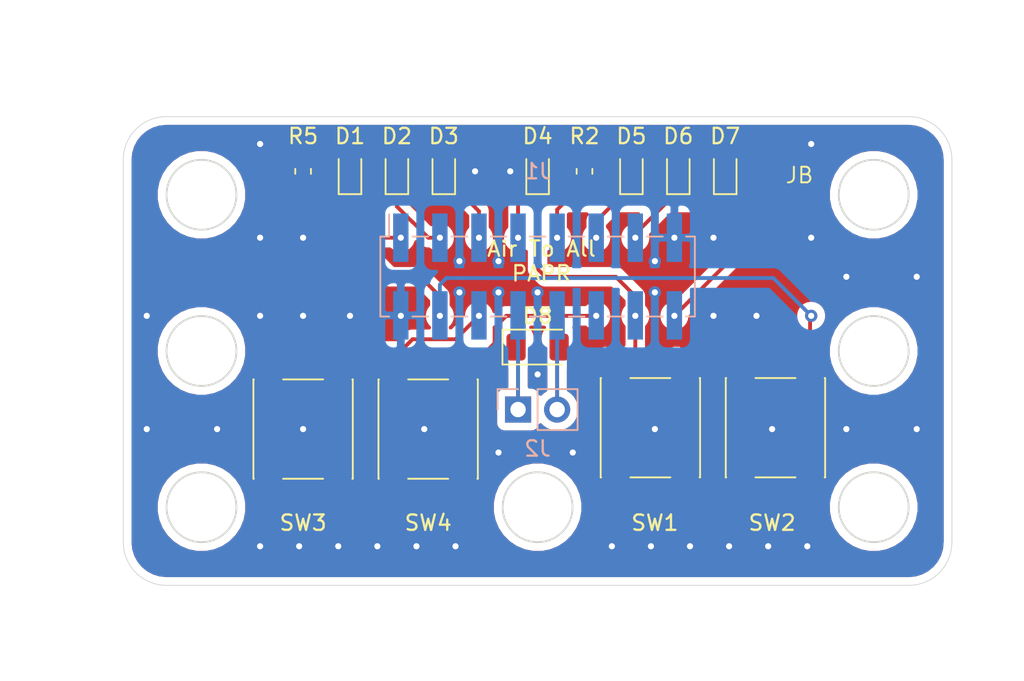
<source format=kicad_pcb>
(kicad_pcb (version 20171130) (host pcbnew "(5.1.5)-3")

  (general
    (thickness 1.6)
    (drawings 29)
    (tracks 156)
    (zones 0)
    (modules 16)
    (nets 16)
  )

  (page A4)
  (layers
    (0 F.Cu signal)
    (31 B.Cu signal)
    (32 B.Adhes user)
    (33 F.Adhes user)
    (34 B.Paste user)
    (35 F.Paste user)
    (36 B.SilkS user)
    (37 F.SilkS user)
    (38 B.Mask user)
    (39 F.Mask user)
    (40 Dwgs.User user)
    (41 Cmts.User user)
    (42 Eco1.User user)
    (43 Eco2.User user)
    (44 Edge.Cuts user)
    (45 Margin user)
    (46 B.CrtYd user)
    (47 F.CrtYd user)
    (48 B.Fab user hide)
    (49 F.Fab user hide)
  )

  (setup
    (last_trace_width 0.25)
    (user_trace_width 1.27)
    (trace_clearance 0.2)
    (zone_clearance 0.508)
    (zone_45_only no)
    (trace_min 0.2)
    (via_size 0.8)
    (via_drill 0.4)
    (via_min_size 0.4)
    (via_min_drill 0.3)
    (uvia_size 0.3)
    (uvia_drill 0.1)
    (uvias_allowed no)
    (uvia_min_size 0.2)
    (uvia_min_drill 0.1)
    (edge_width 0.05)
    (segment_width 0.2)
    (pcb_text_width 0.3)
    (pcb_text_size 1.5 1.5)
    (mod_edge_width 0.12)
    (mod_text_size 1 1)
    (mod_text_width 0.15)
    (pad_size 1.524 1.524)
    (pad_drill 0.762)
    (pad_to_mask_clearance 0.051)
    (solder_mask_min_width 0.25)
    (aux_axis_origin 0 0)
    (visible_elements 7FFFF7FF)
    (pcbplotparams
      (layerselection 0x010fc_ffffffff)
      (usegerberextensions false)
      (usegerberattributes false)
      (usegerberadvancedattributes false)
      (creategerberjobfile false)
      (excludeedgelayer true)
      (linewidth 0.100000)
      (plotframeref false)
      (viasonmask false)
      (mode 1)
      (useauxorigin false)
      (hpglpennumber 1)
      (hpglpenspeed 20)
      (hpglpendiameter 15.000000)
      (psnegative false)
      (psa4output false)
      (plotreference true)
      (plotvalue true)
      (plotinvisibletext false)
      (padsonsilk false)
      (subtractmaskfromsilk false)
      (outputformat 1)
      (mirror false)
      (drillshape 0)
      (scaleselection 1)
      (outputdirectory "../../2/"))
  )

  (net 0 "")
  (net 1 GND)
  (net 2 Down)
  (net 3 Up)
  (net 4 +5V)
  (net 5 LED5)
  (net 6 LED4)
  (net 7 LED3)
  (net 8 LED2)
  (net 9 LED1)
  (net 10 LED7)
  (net 11 LED6)
  (net 12 ON)
  (net 13 ON\*OFF)
  (net 14 Motor+)
  (net 15 Motor-)

  (net_class Default "This is the default net class."
    (clearance 0.2)
    (trace_width 0.25)
    (via_dia 0.8)
    (via_drill 0.4)
    (uvia_dia 0.3)
    (uvia_drill 0.1)
    (add_net +5V)
    (add_net Down)
    (add_net GND)
    (add_net LED1)
    (add_net LED2)
    (add_net LED3)
    (add_net LED4)
    (add_net LED5)
    (add_net LED6)
    (add_net LED7)
    (add_net Motor+)
    (add_net Motor-)
    (add_net ON)
    (add_net ON\*OFF)
    (add_net Up)
  )

  (module Button_Switch_SMD:SW_SPST_PTS645 (layer F.Cu) (tedit 5A02FC95) (tstamp 5EFEEFF5)
    (at 183.642 71.12 270)
    (descr "C&K Components SPST SMD PTS645 Series 6mm Tact Switch")
    (tags "SPST Button Switch")
    (path /5EAB9325)
    (attr smd)
    (fp_text reference SW4 (at 6.096 0 180) (layer F.SilkS)
      (effects (font (size 1 1) (thickness 0.15)))
    )
    (fp_text value Power_off (at 0 4.15 90) (layer F.Fab)
      (effects (font (size 1 1) (thickness 0.15)))
    )
    (fp_circle (center 0 0) (end 1.75 -0.05) (layer F.Fab) (width 0.1))
    (fp_line (start -3.23 3.23) (end 3.23 3.23) (layer F.SilkS) (width 0.12))
    (fp_line (start -3.23 -1.3) (end -3.23 1.3) (layer F.SilkS) (width 0.12))
    (fp_line (start -3.23 -3.23) (end 3.23 -3.23) (layer F.SilkS) (width 0.12))
    (fp_line (start 3.23 -1.3) (end 3.23 1.3) (layer F.SilkS) (width 0.12))
    (fp_line (start -3.23 -3.2) (end -3.23 -3.23) (layer F.SilkS) (width 0.12))
    (fp_line (start -3.23 3.23) (end -3.23 3.2) (layer F.SilkS) (width 0.12))
    (fp_line (start 3.23 3.23) (end 3.23 3.2) (layer F.SilkS) (width 0.12))
    (fp_line (start 3.23 -3.23) (end 3.23 -3.2) (layer F.SilkS) (width 0.12))
    (fp_line (start -5.05 -3.4) (end 5.05 -3.4) (layer F.CrtYd) (width 0.05))
    (fp_line (start -5.05 3.4) (end 5.05 3.4) (layer F.CrtYd) (width 0.05))
    (fp_line (start -5.05 -3.4) (end -5.05 3.4) (layer F.CrtYd) (width 0.05))
    (fp_line (start 5.05 3.4) (end 5.05 -3.4) (layer F.CrtYd) (width 0.05))
    (fp_line (start 3 -3) (end -3 -3) (layer F.Fab) (width 0.1))
    (fp_line (start 3 3) (end 3 -3) (layer F.Fab) (width 0.1))
    (fp_line (start -3 3) (end 3 3) (layer F.Fab) (width 0.1))
    (fp_line (start -3 -3) (end -3 3) (layer F.Fab) (width 0.1))
    (fp_text user %R (at 0 -4.05 90) (layer F.Fab)
      (effects (font (size 1 1) (thickness 0.15)))
    )
    (pad 2 smd rect (at 3.98 2.25 270) (size 1.55 1.3) (layers F.Cu F.Paste F.Mask)
      (net 13 ON\*OFF))
    (pad 1 smd rect (at 3.98 -2.25 270) (size 1.55 1.3) (layers F.Cu F.Paste F.Mask)
      (net 1 GND))
    (pad 1 smd rect (at -3.98 -2.25 270) (size 1.55 1.3) (layers F.Cu F.Paste F.Mask)
      (net 1 GND))
    (pad 2 smd rect (at -3.98 2.25 270) (size 1.55 1.3) (layers F.Cu F.Paste F.Mask)
      (net 13 ON\*OFF))
    (model ${KISYS3DMOD}/Button_Switch_SMD.3dshapes/SW_SPST_PTS645.wrl
      (at (xyz 0 0 0))
      (scale (xyz 1 1 1))
      (rotate (xyz 0 0 0))
    )
  )

  (module Button_Switch_SMD:SW_SPST_PTS645 (layer F.Cu) (tedit 5A02FC95) (tstamp 5EFEEFDC)
    (at 175.514 71.12 270)
    (descr "C&K Components SPST SMD PTS645 Series 6mm Tact Switch")
    (tags "SPST Button Switch")
    (path /5EAA574F)
    (attr smd)
    (fp_text reference SW3 (at 6.096 0 180) (layer F.SilkS)
      (effects (font (size 1 1) (thickness 0.15)))
    )
    (fp_text value Power_On (at 0 4.15 90) (layer F.Fab)
      (effects (font (size 1 1) (thickness 0.15)))
    )
    (fp_circle (center 0 0) (end 1.75 -0.05) (layer F.Fab) (width 0.1))
    (fp_line (start -3.23 3.23) (end 3.23 3.23) (layer F.SilkS) (width 0.12))
    (fp_line (start -3.23 -1.3) (end -3.23 1.3) (layer F.SilkS) (width 0.12))
    (fp_line (start -3.23 -3.23) (end 3.23 -3.23) (layer F.SilkS) (width 0.12))
    (fp_line (start 3.23 -1.3) (end 3.23 1.3) (layer F.SilkS) (width 0.12))
    (fp_line (start -3.23 -3.2) (end -3.23 -3.23) (layer F.SilkS) (width 0.12))
    (fp_line (start -3.23 3.23) (end -3.23 3.2) (layer F.SilkS) (width 0.12))
    (fp_line (start 3.23 3.23) (end 3.23 3.2) (layer F.SilkS) (width 0.12))
    (fp_line (start 3.23 -3.23) (end 3.23 -3.2) (layer F.SilkS) (width 0.12))
    (fp_line (start -5.05 -3.4) (end 5.05 -3.4) (layer F.CrtYd) (width 0.05))
    (fp_line (start -5.05 3.4) (end 5.05 3.4) (layer F.CrtYd) (width 0.05))
    (fp_line (start -5.05 -3.4) (end -5.05 3.4) (layer F.CrtYd) (width 0.05))
    (fp_line (start 5.05 3.4) (end 5.05 -3.4) (layer F.CrtYd) (width 0.05))
    (fp_line (start 3 -3) (end -3 -3) (layer F.Fab) (width 0.1))
    (fp_line (start 3 3) (end 3 -3) (layer F.Fab) (width 0.1))
    (fp_line (start -3 3) (end 3 3) (layer F.Fab) (width 0.1))
    (fp_line (start -3 -3) (end -3 3) (layer F.Fab) (width 0.1))
    (fp_text user %R (at 0 -4.05 90) (layer F.Fab)
      (effects (font (size 1 1) (thickness 0.15)))
    )
    (pad 2 smd rect (at 3.98 2.25 270) (size 1.55 1.3) (layers F.Cu F.Paste F.Mask)
      (net 12 ON))
    (pad 1 smd rect (at 3.98 -2.25 270) (size 1.55 1.3) (layers F.Cu F.Paste F.Mask)
      (net 13 ON\*OFF))
    (pad 1 smd rect (at -3.98 -2.25 270) (size 1.55 1.3) (layers F.Cu F.Paste F.Mask)
      (net 13 ON\*OFF))
    (pad 2 smd rect (at -3.98 2.25 270) (size 1.55 1.3) (layers F.Cu F.Paste F.Mask)
      (net 12 ON))
    (model ${KISYS3DMOD}/Button_Switch_SMD.3dshapes/SW_SPST_PTS645.wrl
      (at (xyz 0 0 0))
      (scale (xyz 1 1 1))
      (rotate (xyz 0 0 0))
    )
  )

  (module Button_Switch_SMD:SW_SPST_PTS645 (layer F.Cu) (tedit 5A02FC95) (tstamp 5EFEEFC3)
    (at 206.212 71.031 90)
    (descr "C&K Components SPST SMD PTS645 Series 6mm Tact Switch")
    (tags "SPST Button Switch")
    (path /5EABAB46)
    (attr smd)
    (fp_text reference SW2 (at -6.185 -0.218 180) (layer F.SilkS)
      (effects (font (size 1 1) (thickness 0.15)))
    )
    (fp_text value Fan_Up (at 0 4.15 90) (layer F.Fab)
      (effects (font (size 1 1) (thickness 0.15)))
    )
    (fp_circle (center 0 0) (end 1.75 -0.05) (layer F.Fab) (width 0.1))
    (fp_line (start -3.23 3.23) (end 3.23 3.23) (layer F.SilkS) (width 0.12))
    (fp_line (start -3.23 -1.3) (end -3.23 1.3) (layer F.SilkS) (width 0.12))
    (fp_line (start -3.23 -3.23) (end 3.23 -3.23) (layer F.SilkS) (width 0.12))
    (fp_line (start 3.23 -1.3) (end 3.23 1.3) (layer F.SilkS) (width 0.12))
    (fp_line (start -3.23 -3.2) (end -3.23 -3.23) (layer F.SilkS) (width 0.12))
    (fp_line (start -3.23 3.23) (end -3.23 3.2) (layer F.SilkS) (width 0.12))
    (fp_line (start 3.23 3.23) (end 3.23 3.2) (layer F.SilkS) (width 0.12))
    (fp_line (start 3.23 -3.23) (end 3.23 -3.2) (layer F.SilkS) (width 0.12))
    (fp_line (start -5.05 -3.4) (end 5.05 -3.4) (layer F.CrtYd) (width 0.05))
    (fp_line (start -5.05 3.4) (end 5.05 3.4) (layer F.CrtYd) (width 0.05))
    (fp_line (start -5.05 -3.4) (end -5.05 3.4) (layer F.CrtYd) (width 0.05))
    (fp_line (start 5.05 3.4) (end 5.05 -3.4) (layer F.CrtYd) (width 0.05))
    (fp_line (start 3 -3) (end -3 -3) (layer F.Fab) (width 0.1))
    (fp_line (start 3 3) (end 3 -3) (layer F.Fab) (width 0.1))
    (fp_line (start -3 3) (end 3 3) (layer F.Fab) (width 0.1))
    (fp_line (start -3 -3) (end -3 3) (layer F.Fab) (width 0.1))
    (fp_text user %R (at 0 -4.05 90) (layer F.Fab)
      (effects (font (size 1 1) (thickness 0.15)))
    )
    (pad 2 smd rect (at 3.98 2.25 90) (size 1.55 1.3) (layers F.Cu F.Paste F.Mask)
      (net 3 Up))
    (pad 1 smd rect (at 3.98 -2.25 90) (size 1.55 1.3) (layers F.Cu F.Paste F.Mask)
      (net 1 GND))
    (pad 1 smd rect (at -3.98 -2.25 90) (size 1.55 1.3) (layers F.Cu F.Paste F.Mask)
      (net 1 GND))
    (pad 2 smd rect (at -3.98 2.25 90) (size 1.55 1.3) (layers F.Cu F.Paste F.Mask)
      (net 3 Up))
    (model ${KISYS3DMOD}/Button_Switch_SMD.3dshapes/SW_SPST_PTS645.wrl
      (at (xyz 0 0 0))
      (scale (xyz 1 1 1))
      (rotate (xyz 0 0 0))
    )
  )

  (module Button_Switch_SMD:SW_SPST_PTS645 (layer F.Cu) (tedit 5A02FC95) (tstamp 5EFEEFAA)
    (at 198.084 71.031 270)
    (descr "C&K Components SPST SMD PTS645 Series 6mm Tact Switch")
    (tags "SPST Button Switch")
    (path /5EAB9CD6)
    (attr smd)
    (fp_text reference SW1 (at 6.185 -0.29 180) (layer F.SilkS)
      (effects (font (size 1 1) (thickness 0.15)))
    )
    (fp_text value Fan_Down (at 0 4.15 90) (layer F.Fab)
      (effects (font (size 1 1) (thickness 0.15)))
    )
    (fp_circle (center 0 0) (end 1.75 -0.05) (layer F.Fab) (width 0.1))
    (fp_line (start -3.23 3.23) (end 3.23 3.23) (layer F.SilkS) (width 0.12))
    (fp_line (start -3.23 -1.3) (end -3.23 1.3) (layer F.SilkS) (width 0.12))
    (fp_line (start -3.23 -3.23) (end 3.23 -3.23) (layer F.SilkS) (width 0.12))
    (fp_line (start 3.23 -1.3) (end 3.23 1.3) (layer F.SilkS) (width 0.12))
    (fp_line (start -3.23 -3.2) (end -3.23 -3.23) (layer F.SilkS) (width 0.12))
    (fp_line (start -3.23 3.23) (end -3.23 3.2) (layer F.SilkS) (width 0.12))
    (fp_line (start 3.23 3.23) (end 3.23 3.2) (layer F.SilkS) (width 0.12))
    (fp_line (start 3.23 -3.23) (end 3.23 -3.2) (layer F.SilkS) (width 0.12))
    (fp_line (start -5.05 -3.4) (end 5.05 -3.4) (layer F.CrtYd) (width 0.05))
    (fp_line (start -5.05 3.4) (end 5.05 3.4) (layer F.CrtYd) (width 0.05))
    (fp_line (start -5.05 -3.4) (end -5.05 3.4) (layer F.CrtYd) (width 0.05))
    (fp_line (start 5.05 3.4) (end 5.05 -3.4) (layer F.CrtYd) (width 0.05))
    (fp_line (start 3 -3) (end -3 -3) (layer F.Fab) (width 0.1))
    (fp_line (start 3 3) (end 3 -3) (layer F.Fab) (width 0.1))
    (fp_line (start -3 3) (end 3 3) (layer F.Fab) (width 0.1))
    (fp_line (start -3 -3) (end -3 3) (layer F.Fab) (width 0.1))
    (fp_text user %R (at 0 -4.05 90) (layer F.Fab)
      (effects (font (size 1 1) (thickness 0.15)))
    )
    (pad 2 smd rect (at 3.98 2.25 270) (size 1.55 1.3) (layers F.Cu F.Paste F.Mask)
      (net 2 Down))
    (pad 1 smd rect (at 3.98 -2.25 270) (size 1.55 1.3) (layers F.Cu F.Paste F.Mask)
      (net 1 GND))
    (pad 1 smd rect (at -3.98 -2.25 270) (size 1.55 1.3) (layers F.Cu F.Paste F.Mask)
      (net 1 GND))
    (pad 2 smd rect (at -3.98 2.25 270) (size 1.55 1.3) (layers F.Cu F.Paste F.Mask)
      (net 2 Down))
    (model ${KISYS3DMOD}/Button_Switch_SMD.3dshapes/SW_SPST_PTS645.wrl
      (at (xyz 0 0 0))
      (scale (xyz 1 1 1))
      (rotate (xyz 0 0 0))
    )
  )

  (module Connector_PinHeader_2.54mm:PinHeader_2x08_P2.54mm_Vertical_SMD (layer B.Cu) (tedit 59FED5CC) (tstamp 5EB436F6)
    (at 190.754 61.199 270)
    (descr "surface-mounted straight pin header, 2x08, 2.54mm pitch, double rows")
    (tags "Surface mounted pin header SMD 2x08 2.54mm double row")
    (path /5EB458C0)
    (attr smd)
    (fp_text reference J1 (at -6.843 0) (layer B.SilkS)
      (effects (font (size 1 1) (thickness 0.15)) (justify mirror))
    )
    (fp_text value Front_panel_control (at 0 -11.22 90) (layer B.Fab)
      (effects (font (size 1 1) (thickness 0.15)) (justify mirror))
    )
    (fp_text user %R (at 0 0 180) (layer B.Fab)
      (effects (font (size 1 1) (thickness 0.15)) (justify mirror))
    )
    (fp_line (start 5.9 10.7) (end -5.9 10.7) (layer B.CrtYd) (width 0.05))
    (fp_line (start 5.9 -10.7) (end 5.9 10.7) (layer B.CrtYd) (width 0.05))
    (fp_line (start -5.9 -10.7) (end 5.9 -10.7) (layer B.CrtYd) (width 0.05))
    (fp_line (start -5.9 10.7) (end -5.9 -10.7) (layer B.CrtYd) (width 0.05))
    (fp_line (start 2.6 -7.11) (end 2.6 -8.13) (layer B.SilkS) (width 0.12))
    (fp_line (start -2.6 -7.11) (end -2.6 -8.13) (layer B.SilkS) (width 0.12))
    (fp_line (start 2.6 -4.57) (end 2.6 -5.59) (layer B.SilkS) (width 0.12))
    (fp_line (start -2.6 -4.57) (end -2.6 -5.59) (layer B.SilkS) (width 0.12))
    (fp_line (start 2.6 -2.03) (end 2.6 -3.05) (layer B.SilkS) (width 0.12))
    (fp_line (start -2.6 -2.03) (end -2.6 -3.05) (layer B.SilkS) (width 0.12))
    (fp_line (start 2.6 0.51) (end 2.6 -0.51) (layer B.SilkS) (width 0.12))
    (fp_line (start -2.6 0.51) (end -2.6 -0.51) (layer B.SilkS) (width 0.12))
    (fp_line (start 2.6 3.05) (end 2.6 2.03) (layer B.SilkS) (width 0.12))
    (fp_line (start -2.6 3.05) (end -2.6 2.03) (layer B.SilkS) (width 0.12))
    (fp_line (start 2.6 5.59) (end 2.6 4.57) (layer B.SilkS) (width 0.12))
    (fp_line (start -2.6 5.59) (end -2.6 4.57) (layer B.SilkS) (width 0.12))
    (fp_line (start 2.6 8.13) (end 2.6 7.11) (layer B.SilkS) (width 0.12))
    (fp_line (start -2.6 8.13) (end -2.6 7.11) (layer B.SilkS) (width 0.12))
    (fp_line (start 2.6 -9.65) (end 2.6 -10.22) (layer B.SilkS) (width 0.12))
    (fp_line (start -2.6 -9.65) (end -2.6 -10.22) (layer B.SilkS) (width 0.12))
    (fp_line (start 2.6 10.22) (end 2.6 9.65) (layer B.SilkS) (width 0.12))
    (fp_line (start -2.6 10.22) (end -2.6 9.65) (layer B.SilkS) (width 0.12))
    (fp_line (start -4.04 9.65) (end -2.6 9.65) (layer B.SilkS) (width 0.12))
    (fp_line (start -2.6 -10.22) (end 2.6 -10.22) (layer B.SilkS) (width 0.12))
    (fp_line (start -2.6 10.22) (end 2.6 10.22) (layer B.SilkS) (width 0.12))
    (fp_line (start 3.6 -9.21) (end 2.54 -9.21) (layer B.Fab) (width 0.1))
    (fp_line (start 3.6 -8.57) (end 3.6 -9.21) (layer B.Fab) (width 0.1))
    (fp_line (start 2.54 -8.57) (end 3.6 -8.57) (layer B.Fab) (width 0.1))
    (fp_line (start -3.6 -9.21) (end -2.54 -9.21) (layer B.Fab) (width 0.1))
    (fp_line (start -3.6 -8.57) (end -3.6 -9.21) (layer B.Fab) (width 0.1))
    (fp_line (start -2.54 -8.57) (end -3.6 -8.57) (layer B.Fab) (width 0.1))
    (fp_line (start 3.6 -6.67) (end 2.54 -6.67) (layer B.Fab) (width 0.1))
    (fp_line (start 3.6 -6.03) (end 3.6 -6.67) (layer B.Fab) (width 0.1))
    (fp_line (start 2.54 -6.03) (end 3.6 -6.03) (layer B.Fab) (width 0.1))
    (fp_line (start -3.6 -6.67) (end -2.54 -6.67) (layer B.Fab) (width 0.1))
    (fp_line (start -3.6 -6.03) (end -3.6 -6.67) (layer B.Fab) (width 0.1))
    (fp_line (start -2.54 -6.03) (end -3.6 -6.03) (layer B.Fab) (width 0.1))
    (fp_line (start 3.6 -4.13) (end 2.54 -4.13) (layer B.Fab) (width 0.1))
    (fp_line (start 3.6 -3.49) (end 3.6 -4.13) (layer B.Fab) (width 0.1))
    (fp_line (start 2.54 -3.49) (end 3.6 -3.49) (layer B.Fab) (width 0.1))
    (fp_line (start -3.6 -4.13) (end -2.54 -4.13) (layer B.Fab) (width 0.1))
    (fp_line (start -3.6 -3.49) (end -3.6 -4.13) (layer B.Fab) (width 0.1))
    (fp_line (start -2.54 -3.49) (end -3.6 -3.49) (layer B.Fab) (width 0.1))
    (fp_line (start 3.6 -1.59) (end 2.54 -1.59) (layer B.Fab) (width 0.1))
    (fp_line (start 3.6 -0.95) (end 3.6 -1.59) (layer B.Fab) (width 0.1))
    (fp_line (start 2.54 -0.95) (end 3.6 -0.95) (layer B.Fab) (width 0.1))
    (fp_line (start -3.6 -1.59) (end -2.54 -1.59) (layer B.Fab) (width 0.1))
    (fp_line (start -3.6 -0.95) (end -3.6 -1.59) (layer B.Fab) (width 0.1))
    (fp_line (start -2.54 -0.95) (end -3.6 -0.95) (layer B.Fab) (width 0.1))
    (fp_line (start 3.6 0.95) (end 2.54 0.95) (layer B.Fab) (width 0.1))
    (fp_line (start 3.6 1.59) (end 3.6 0.95) (layer B.Fab) (width 0.1))
    (fp_line (start 2.54 1.59) (end 3.6 1.59) (layer B.Fab) (width 0.1))
    (fp_line (start -3.6 0.95) (end -2.54 0.95) (layer B.Fab) (width 0.1))
    (fp_line (start -3.6 1.59) (end -3.6 0.95) (layer B.Fab) (width 0.1))
    (fp_line (start -2.54 1.59) (end -3.6 1.59) (layer B.Fab) (width 0.1))
    (fp_line (start 3.6 3.49) (end 2.54 3.49) (layer B.Fab) (width 0.1))
    (fp_line (start 3.6 4.13) (end 3.6 3.49) (layer B.Fab) (width 0.1))
    (fp_line (start 2.54 4.13) (end 3.6 4.13) (layer B.Fab) (width 0.1))
    (fp_line (start -3.6 3.49) (end -2.54 3.49) (layer B.Fab) (width 0.1))
    (fp_line (start -3.6 4.13) (end -3.6 3.49) (layer B.Fab) (width 0.1))
    (fp_line (start -2.54 4.13) (end -3.6 4.13) (layer B.Fab) (width 0.1))
    (fp_line (start 3.6 6.03) (end 2.54 6.03) (layer B.Fab) (width 0.1))
    (fp_line (start 3.6 6.67) (end 3.6 6.03) (layer B.Fab) (width 0.1))
    (fp_line (start 2.54 6.67) (end 3.6 6.67) (layer B.Fab) (width 0.1))
    (fp_line (start -3.6 6.03) (end -2.54 6.03) (layer B.Fab) (width 0.1))
    (fp_line (start -3.6 6.67) (end -3.6 6.03) (layer B.Fab) (width 0.1))
    (fp_line (start -2.54 6.67) (end -3.6 6.67) (layer B.Fab) (width 0.1))
    (fp_line (start 3.6 8.57) (end 2.54 8.57) (layer B.Fab) (width 0.1))
    (fp_line (start 3.6 9.21) (end 3.6 8.57) (layer B.Fab) (width 0.1))
    (fp_line (start 2.54 9.21) (end 3.6 9.21) (layer B.Fab) (width 0.1))
    (fp_line (start -3.6 8.57) (end -2.54 8.57) (layer B.Fab) (width 0.1))
    (fp_line (start -3.6 9.21) (end -3.6 8.57) (layer B.Fab) (width 0.1))
    (fp_line (start -2.54 9.21) (end -3.6 9.21) (layer B.Fab) (width 0.1))
    (fp_line (start 2.54 10.16) (end 2.54 -10.16) (layer B.Fab) (width 0.1))
    (fp_line (start -2.54 9.21) (end -1.59 10.16) (layer B.Fab) (width 0.1))
    (fp_line (start -2.54 -10.16) (end -2.54 9.21) (layer B.Fab) (width 0.1))
    (fp_line (start -1.59 10.16) (end 2.54 10.16) (layer B.Fab) (width 0.1))
    (fp_line (start 2.54 -10.16) (end -2.54 -10.16) (layer B.Fab) (width 0.1))
    (pad 16 smd rect (at 2.525 -8.89 270) (size 3.15 1) (layers B.Cu B.Paste B.Mask)
      (net 4 +5V))
    (pad 15 smd rect (at -2.525 -8.89 270) (size 3.15 1) (layers B.Cu B.Paste B.Mask)
      (net 1 GND))
    (pad 14 smd rect (at 2.525 -6.35 270) (size 3.15 1) (layers B.Cu B.Paste B.Mask)
      (net 2 Down))
    (pad 13 smd rect (at -2.525 -6.35 270) (size 3.15 1) (layers B.Cu B.Paste B.Mask)
      (net 10 LED7))
    (pad 12 smd rect (at 2.525 -3.81 270) (size 3.15 1) (layers B.Cu B.Paste B.Mask)
      (net 13 ON\*OFF))
    (pad 11 smd rect (at -2.525 -3.81 270) (size 3.15 1) (layers B.Cu B.Paste B.Mask)
      (net 11 LED6))
    (pad 10 smd rect (at 2.525 -1.27 270) (size 3.15 1) (layers B.Cu B.Paste B.Mask)
      (net 15 Motor-))
    (pad 9 smd rect (at -2.525 -1.27 270) (size 3.15 1) (layers B.Cu B.Paste B.Mask)
      (net 5 LED5))
    (pad 8 smd rect (at 2.525 1.27 270) (size 3.15 1) (layers B.Cu B.Paste B.Mask)
      (net 14 Motor+))
    (pad 7 smd rect (at -2.525 1.27 270) (size 3.15 1) (layers B.Cu B.Paste B.Mask)
      (net 6 LED4))
    (pad 6 smd rect (at 2.525 3.81 270) (size 3.15 1) (layers B.Cu B.Paste B.Mask)
      (net 12 ON))
    (pad 5 smd rect (at -2.525 3.81 270) (size 3.15 1) (layers B.Cu B.Paste B.Mask)
      (net 7 LED3))
    (pad 4 smd rect (at 2.525 6.35 270) (size 3.15 1) (layers B.Cu B.Paste B.Mask)
      (net 3 Up))
    (pad 3 smd rect (at -2.525 6.35 270) (size 3.15 1) (layers B.Cu B.Paste B.Mask)
      (net 8 LED2))
    (pad 2 smd rect (at 2.525 8.89 270) (size 3.15 1) (layers B.Cu B.Paste B.Mask)
      (net 1 GND))
    (pad 1 smd rect (at -2.525 8.89 270) (size 3.15 1) (layers B.Cu B.Paste B.Mask)
      (net 9 LED1))
    (model ${KISYS3DMOD}/Connector_IDC.3dshapes/713491006.stp
      (offset (xyz 0.4 0 7.5))
      (scale (xyz 1 1 1))
      (rotate (xyz 90 180 90))
    )
  )

  (module Diode_SMD:D_1206_3216Metric (layer F.Cu) (tedit 5B301BBE) (tstamp 5EFEE03C)
    (at 190.754 65.786)
    (descr "Diode SMD 1206 (3216 Metric), square (rectangular) end terminal, IPC_7351 nominal, (Body size source: http://www.tortai-tech.com/upload/download/2011102023233369053.pdf), generated with kicad-footprint-generator")
    (tags diode)
    (path /5F009E7E)
    (attr smd)
    (fp_text reference D8 (at 0 -2.032) (layer F.SilkS)
      (effects (font (size 1 1) (thickness 0.15)))
    )
    (fp_text value 1N914 (at 0 1.82) (layer F.Fab)
      (effects (font (size 1 1) (thickness 0.15)))
    )
    (fp_line (start 1.6 -0.8) (end -1.2 -0.8) (layer F.Fab) (width 0.1))
    (fp_line (start -1.2 -0.8) (end -1.6 -0.4) (layer F.Fab) (width 0.1))
    (fp_line (start -1.6 -0.4) (end -1.6 0.8) (layer F.Fab) (width 0.1))
    (fp_line (start -1.6 0.8) (end 1.6 0.8) (layer F.Fab) (width 0.1))
    (fp_line (start 1.6 0.8) (end 1.6 -0.8) (layer F.Fab) (width 0.1))
    (fp_line (start 1.6 -1.135) (end -2.285 -1.135) (layer F.SilkS) (width 0.12))
    (fp_line (start -2.285 -1.135) (end -2.285 1.135) (layer F.SilkS) (width 0.12))
    (fp_line (start -2.285 1.135) (end 1.6 1.135) (layer F.SilkS) (width 0.12))
    (fp_line (start -2.28 1.12) (end -2.28 -1.12) (layer F.CrtYd) (width 0.05))
    (fp_line (start -2.28 -1.12) (end 2.28 -1.12) (layer F.CrtYd) (width 0.05))
    (fp_line (start 2.28 -1.12) (end 2.28 1.12) (layer F.CrtYd) (width 0.05))
    (fp_line (start 2.28 1.12) (end -2.28 1.12) (layer F.CrtYd) (width 0.05))
    (fp_text user %R (at 0 0) (layer F.Fab)
      (effects (font (size 0.8 0.8) (thickness 0.12)))
    )
    (pad 1 smd roundrect (at -1.4 0) (size 1.25 1.75) (layers F.Cu F.Paste F.Mask) (roundrect_rratio 0.2)
      (net 14 Motor+))
    (pad 2 smd roundrect (at 1.4 0) (size 1.25 1.75) (layers F.Cu F.Paste F.Mask) (roundrect_rratio 0.2)
      (net 15 Motor-))
    (model ${KISYS3DMOD}/Diode_SMD.3dshapes/D_1206_3216Metric.wrl
      (at (xyz 0 0 0))
      (scale (xyz 1 1 1))
      (rotate (xyz 0 0 0))
    )
  )

  (module LED_SMD:LED_0603_1608Metric (layer F.Cu) (tedit 5B301BBE) (tstamp 5EFEC505)
    (at 178.562 54.356 90)
    (descr "LED SMD 0603 (1608 Metric), square (rectangular) end terminal, IPC_7351 nominal, (Body size source: http://www.tortai-tech.com/upload/download/2011102023233369053.pdf), generated with kicad-footprint-generator")
    (tags diode)
    (path /5EAC1FBE)
    (attr smd)
    (fp_text reference D1 (at 2.286 0 180) (layer F.SilkS)
      (effects (font (size 1 1) (thickness 0.15)))
    )
    (fp_text value LED (at 0 1.43 90) (layer F.Fab)
      (effects (font (size 1 1) (thickness 0.15)))
    )
    (fp_line (start 0.8 -0.4) (end -0.5 -0.4) (layer F.Fab) (width 0.1))
    (fp_line (start -0.5 -0.4) (end -0.8 -0.1) (layer F.Fab) (width 0.1))
    (fp_line (start -0.8 -0.1) (end -0.8 0.4) (layer F.Fab) (width 0.1))
    (fp_line (start -0.8 0.4) (end 0.8 0.4) (layer F.Fab) (width 0.1))
    (fp_line (start 0.8 0.4) (end 0.8 -0.4) (layer F.Fab) (width 0.1))
    (fp_line (start 0.8 -0.735) (end -1.485 -0.735) (layer F.SilkS) (width 0.12))
    (fp_line (start -1.485 -0.735) (end -1.485 0.735) (layer F.SilkS) (width 0.12))
    (fp_line (start -1.485 0.735) (end 0.8 0.735) (layer F.SilkS) (width 0.12))
    (fp_line (start -1.48 0.73) (end -1.48 -0.73) (layer F.CrtYd) (width 0.05))
    (fp_line (start -1.48 -0.73) (end 1.48 -0.73) (layer F.CrtYd) (width 0.05))
    (fp_line (start 1.48 -0.73) (end 1.48 0.73) (layer F.CrtYd) (width 0.05))
    (fp_line (start 1.48 0.73) (end -1.48 0.73) (layer F.CrtYd) (width 0.05))
    (fp_text user %R (at 0 0 90) (layer F.Fab)
      (effects (font (size 0.4 0.4) (thickness 0.06)))
    )
    (pad 1 smd roundrect (at -0.7875 0 90) (size 0.875 0.95) (layers F.Cu F.Paste F.Mask) (roundrect_rratio 0.25)
      (net 9 LED1))
    (pad 2 smd roundrect (at 0.7875 0 90) (size 0.875 0.95) (layers F.Cu F.Paste F.Mask) (roundrect_rratio 0.25)
      (net 4 +5V))
    (model ${KISYS3DMOD}/LED_SMD.3dshapes/LED_0603_1608Metric.wrl
      (at (xyz 0 0 0))
      (scale (xyz 1 1 1))
      (rotate (xyz 0 0 0))
    )
  )

  (module LED_SMD:LED_0603_1608Metric (layer F.Cu) (tedit 5B301BBE) (tstamp 5EFEC517)
    (at 181.61 54.356 90)
    (descr "LED SMD 0603 (1608 Metric), square (rectangular) end terminal, IPC_7351 nominal, (Body size source: http://www.tortai-tech.com/upload/download/2011102023233369053.pdf), generated with kicad-footprint-generator")
    (tags diode)
    (path /5EB21ED9)
    (attr smd)
    (fp_text reference D2 (at 2.286 0 180) (layer F.SilkS)
      (effects (font (size 1 1) (thickness 0.15)))
    )
    (fp_text value LED (at 0 1.43 90) (layer F.Fab)
      (effects (font (size 1 1) (thickness 0.15)))
    )
    (fp_line (start 0.8 -0.4) (end -0.5 -0.4) (layer F.Fab) (width 0.1))
    (fp_line (start -0.5 -0.4) (end -0.8 -0.1) (layer F.Fab) (width 0.1))
    (fp_line (start -0.8 -0.1) (end -0.8 0.4) (layer F.Fab) (width 0.1))
    (fp_line (start -0.8 0.4) (end 0.8 0.4) (layer F.Fab) (width 0.1))
    (fp_line (start 0.8 0.4) (end 0.8 -0.4) (layer F.Fab) (width 0.1))
    (fp_line (start 0.8 -0.735) (end -1.485 -0.735) (layer F.SilkS) (width 0.12))
    (fp_line (start -1.485 -0.735) (end -1.485 0.735) (layer F.SilkS) (width 0.12))
    (fp_line (start -1.485 0.735) (end 0.8 0.735) (layer F.SilkS) (width 0.12))
    (fp_line (start -1.48 0.73) (end -1.48 -0.73) (layer F.CrtYd) (width 0.05))
    (fp_line (start -1.48 -0.73) (end 1.48 -0.73) (layer F.CrtYd) (width 0.05))
    (fp_line (start 1.48 -0.73) (end 1.48 0.73) (layer F.CrtYd) (width 0.05))
    (fp_line (start 1.48 0.73) (end -1.48 0.73) (layer F.CrtYd) (width 0.05))
    (fp_text user %R (at 0 0 90) (layer F.Fab)
      (effects (font (size 0.4 0.4) (thickness 0.06)))
    )
    (pad 1 smd roundrect (at -0.7875 0 90) (size 0.875 0.95) (layers F.Cu F.Paste F.Mask) (roundrect_rratio 0.25)
      (net 8 LED2))
    (pad 2 smd roundrect (at 0.7875 0 90) (size 0.875 0.95) (layers F.Cu F.Paste F.Mask) (roundrect_rratio 0.25)
      (net 4 +5V))
    (model ${KISYS3DMOD}/LED_SMD.3dshapes/LED_0603_1608Metric.wrl
      (at (xyz 0 0 0))
      (scale (xyz 1 1 1))
      (rotate (xyz 0 0 0))
    )
  )

  (module LED_SMD:LED_0603_1608Metric (layer F.Cu) (tedit 5B301BBE) (tstamp 5EFEC529)
    (at 184.658 54.356 90)
    (descr "LED SMD 0603 (1608 Metric), square (rectangular) end terminal, IPC_7351 nominal, (Body size source: http://www.tortai-tech.com/upload/download/2011102023233369053.pdf), generated with kicad-footprint-generator")
    (tags diode)
    (path /5EAC3768)
    (attr smd)
    (fp_text reference D3 (at 2.286 0 180) (layer F.SilkS)
      (effects (font (size 1 1) (thickness 0.15)))
    )
    (fp_text value LED (at 0 1.43 90) (layer F.Fab)
      (effects (font (size 1 1) (thickness 0.15)))
    )
    (fp_line (start 0.8 -0.4) (end -0.5 -0.4) (layer F.Fab) (width 0.1))
    (fp_line (start -0.5 -0.4) (end -0.8 -0.1) (layer F.Fab) (width 0.1))
    (fp_line (start -0.8 -0.1) (end -0.8 0.4) (layer F.Fab) (width 0.1))
    (fp_line (start -0.8 0.4) (end 0.8 0.4) (layer F.Fab) (width 0.1))
    (fp_line (start 0.8 0.4) (end 0.8 -0.4) (layer F.Fab) (width 0.1))
    (fp_line (start 0.8 -0.735) (end -1.485 -0.735) (layer F.SilkS) (width 0.12))
    (fp_line (start -1.485 -0.735) (end -1.485 0.735) (layer F.SilkS) (width 0.12))
    (fp_line (start -1.485 0.735) (end 0.8 0.735) (layer F.SilkS) (width 0.12))
    (fp_line (start -1.48 0.73) (end -1.48 -0.73) (layer F.CrtYd) (width 0.05))
    (fp_line (start -1.48 -0.73) (end 1.48 -0.73) (layer F.CrtYd) (width 0.05))
    (fp_line (start 1.48 -0.73) (end 1.48 0.73) (layer F.CrtYd) (width 0.05))
    (fp_line (start 1.48 0.73) (end -1.48 0.73) (layer F.CrtYd) (width 0.05))
    (fp_text user %R (at 0 0 90) (layer F.Fab)
      (effects (font (size 0.4 0.4) (thickness 0.06)))
    )
    (pad 1 smd roundrect (at -0.7875 0 90) (size 0.875 0.95) (layers F.Cu F.Paste F.Mask) (roundrect_rratio 0.25)
      (net 7 LED3))
    (pad 2 smd roundrect (at 0.7875 0 90) (size 0.875 0.95) (layers F.Cu F.Paste F.Mask) (roundrect_rratio 0.25)
      (net 4 +5V))
    (model ${KISYS3DMOD}/LED_SMD.3dshapes/LED_0603_1608Metric.wrl
      (at (xyz 0 0 0))
      (scale (xyz 1 1 1))
      (rotate (xyz 0 0 0))
    )
  )

  (module LED_SMD:LED_0603_1608Metric (layer F.Cu) (tedit 5B301BBE) (tstamp 5EFEC53B)
    (at 190.754 54.356 90)
    (descr "LED SMD 0603 (1608 Metric), square (rectangular) end terminal, IPC_7351 nominal, (Body size source: http://www.tortai-tech.com/upload/download/2011102023233369053.pdf), generated with kicad-footprint-generator")
    (tags diode)
    (path /5EAC3762)
    (attr smd)
    (fp_text reference D4 (at 2.286 0 180) (layer F.SilkS)
      (effects (font (size 1 1) (thickness 0.15)))
    )
    (fp_text value LED (at 0 1.43 90) (layer F.Fab)
      (effects (font (size 1 1) (thickness 0.15)))
    )
    (fp_text user %R (at 0 0 90) (layer F.Fab)
      (effects (font (size 0.4 0.4) (thickness 0.06)))
    )
    (fp_line (start 1.48 0.73) (end -1.48 0.73) (layer F.CrtYd) (width 0.05))
    (fp_line (start 1.48 -0.73) (end 1.48 0.73) (layer F.CrtYd) (width 0.05))
    (fp_line (start -1.48 -0.73) (end 1.48 -0.73) (layer F.CrtYd) (width 0.05))
    (fp_line (start -1.48 0.73) (end -1.48 -0.73) (layer F.CrtYd) (width 0.05))
    (fp_line (start -1.485 0.735) (end 0.8 0.735) (layer F.SilkS) (width 0.12))
    (fp_line (start -1.485 -0.735) (end -1.485 0.735) (layer F.SilkS) (width 0.12))
    (fp_line (start 0.8 -0.735) (end -1.485 -0.735) (layer F.SilkS) (width 0.12))
    (fp_line (start 0.8 0.4) (end 0.8 -0.4) (layer F.Fab) (width 0.1))
    (fp_line (start -0.8 0.4) (end 0.8 0.4) (layer F.Fab) (width 0.1))
    (fp_line (start -0.8 -0.1) (end -0.8 0.4) (layer F.Fab) (width 0.1))
    (fp_line (start -0.5 -0.4) (end -0.8 -0.1) (layer F.Fab) (width 0.1))
    (fp_line (start 0.8 -0.4) (end -0.5 -0.4) (layer F.Fab) (width 0.1))
    (pad 2 smd roundrect (at 0.7875 0 90) (size 0.875 0.95) (layers F.Cu F.Paste F.Mask) (roundrect_rratio 0.25)
      (net 4 +5V))
    (pad 1 smd roundrect (at -0.7875 0 90) (size 0.875 0.95) (layers F.Cu F.Paste F.Mask) (roundrect_rratio 0.25)
      (net 6 LED4))
    (model ${KISYS3DMOD}/LED_SMD.3dshapes/LED_0603_1608Metric.wrl
      (at (xyz 0 0 0))
      (scale (xyz 1 1 1))
      (rotate (xyz 0 0 0))
    )
  )

  (module LED_SMD:LED_0603_1608Metric (layer F.Cu) (tedit 5B301BBE) (tstamp 5EFEC54D)
    (at 196.85 54.356 90)
    (descr "LED SMD 0603 (1608 Metric), square (rectangular) end terminal, IPC_7351 nominal, (Body size source: http://www.tortai-tech.com/upload/download/2011102023233369053.pdf), generated with kicad-footprint-generator")
    (tags diode)
    (path /5EAC2A27)
    (attr smd)
    (fp_text reference D5 (at 2.286 0 180) (layer F.SilkS)
      (effects (font (size 1 1) (thickness 0.15)))
    )
    (fp_text value LED (at 0 1.43 90) (layer F.Fab)
      (effects (font (size 1 1) (thickness 0.15)))
    )
    (fp_line (start 0.8 -0.4) (end -0.5 -0.4) (layer F.Fab) (width 0.1))
    (fp_line (start -0.5 -0.4) (end -0.8 -0.1) (layer F.Fab) (width 0.1))
    (fp_line (start -0.8 -0.1) (end -0.8 0.4) (layer F.Fab) (width 0.1))
    (fp_line (start -0.8 0.4) (end 0.8 0.4) (layer F.Fab) (width 0.1))
    (fp_line (start 0.8 0.4) (end 0.8 -0.4) (layer F.Fab) (width 0.1))
    (fp_line (start 0.8 -0.735) (end -1.485 -0.735) (layer F.SilkS) (width 0.12))
    (fp_line (start -1.485 -0.735) (end -1.485 0.735) (layer F.SilkS) (width 0.12))
    (fp_line (start -1.485 0.735) (end 0.8 0.735) (layer F.SilkS) (width 0.12))
    (fp_line (start -1.48 0.73) (end -1.48 -0.73) (layer F.CrtYd) (width 0.05))
    (fp_line (start -1.48 -0.73) (end 1.48 -0.73) (layer F.CrtYd) (width 0.05))
    (fp_line (start 1.48 -0.73) (end 1.48 0.73) (layer F.CrtYd) (width 0.05))
    (fp_line (start 1.48 0.73) (end -1.48 0.73) (layer F.CrtYd) (width 0.05))
    (fp_text user %R (at 0 0 90) (layer F.Fab)
      (effects (font (size 0.4 0.4) (thickness 0.06)))
    )
    (pad 1 smd roundrect (at -0.7875 0 90) (size 0.875 0.95) (layers F.Cu F.Paste F.Mask) (roundrect_rratio 0.25)
      (net 5 LED5))
    (pad 2 smd roundrect (at 0.7875 0 90) (size 0.875 0.95) (layers F.Cu F.Paste F.Mask) (roundrect_rratio 0.25)
      (net 4 +5V))
    (model ${KISYS3DMOD}/LED_SMD.3dshapes/LED_0603_1608Metric.wrl
      (at (xyz 0 0 0))
      (scale (xyz 1 1 1))
      (rotate (xyz 0 0 0))
    )
  )

  (module LED_SMD:LED_0603_1608Metric (layer F.Cu) (tedit 5B301BBE) (tstamp 5EFEC55F)
    (at 199.898 54.356 90)
    (descr "LED SMD 0603 (1608 Metric), square (rectangular) end terminal, IPC_7351 nominal, (Body size source: http://www.tortai-tech.com/upload/download/2011102023233369053.pdf), generated with kicad-footprint-generator")
    (tags diode)
    (path /5EAC2A21)
    (attr smd)
    (fp_text reference D6 (at 2.286 0 180) (layer F.SilkS)
      (effects (font (size 1 1) (thickness 0.15)))
    )
    (fp_text value LED (at 0 1.43 90) (layer F.Fab)
      (effects (font (size 1 1) (thickness 0.15)))
    )
    (fp_text user %R (at 0 0 90) (layer F.Fab)
      (effects (font (size 0.4 0.4) (thickness 0.06)))
    )
    (fp_line (start 1.48 0.73) (end -1.48 0.73) (layer F.CrtYd) (width 0.05))
    (fp_line (start 1.48 -0.73) (end 1.48 0.73) (layer F.CrtYd) (width 0.05))
    (fp_line (start -1.48 -0.73) (end 1.48 -0.73) (layer F.CrtYd) (width 0.05))
    (fp_line (start -1.48 0.73) (end -1.48 -0.73) (layer F.CrtYd) (width 0.05))
    (fp_line (start -1.485 0.735) (end 0.8 0.735) (layer F.SilkS) (width 0.12))
    (fp_line (start -1.485 -0.735) (end -1.485 0.735) (layer F.SilkS) (width 0.12))
    (fp_line (start 0.8 -0.735) (end -1.485 -0.735) (layer F.SilkS) (width 0.12))
    (fp_line (start 0.8 0.4) (end 0.8 -0.4) (layer F.Fab) (width 0.1))
    (fp_line (start -0.8 0.4) (end 0.8 0.4) (layer F.Fab) (width 0.1))
    (fp_line (start -0.8 -0.1) (end -0.8 0.4) (layer F.Fab) (width 0.1))
    (fp_line (start -0.5 -0.4) (end -0.8 -0.1) (layer F.Fab) (width 0.1))
    (fp_line (start 0.8 -0.4) (end -0.5 -0.4) (layer F.Fab) (width 0.1))
    (pad 2 smd roundrect (at 0.7875 0 90) (size 0.875 0.95) (layers F.Cu F.Paste F.Mask) (roundrect_rratio 0.25)
      (net 4 +5V))
    (pad 1 smd roundrect (at -0.7875 0 90) (size 0.875 0.95) (layers F.Cu F.Paste F.Mask) (roundrect_rratio 0.25)
      (net 11 LED6))
    (model ${KISYS3DMOD}/LED_SMD.3dshapes/LED_0603_1608Metric.wrl
      (at (xyz 0 0 0))
      (scale (xyz 1 1 1))
      (rotate (xyz 0 0 0))
    )
  )

  (module LED_SMD:LED_0603_1608Metric (layer F.Cu) (tedit 5B301BBE) (tstamp 5EFEC571)
    (at 202.946 54.356 90)
    (descr "LED SMD 0603 (1608 Metric), square (rectangular) end terminal, IPC_7351 nominal, (Body size source: http://www.tortai-tech.com/upload/download/2011102023233369053.pdf), generated with kicad-footprint-generator")
    (tags diode)
    (path /5EB21EDF)
    (attr smd)
    (fp_text reference D7 (at 2.286 0 180) (layer F.SilkS)
      (effects (font (size 1 1) (thickness 0.15)))
    )
    (fp_text value Fault (at 0 1.43 90) (layer F.Fab)
      (effects (font (size 1 1) (thickness 0.15)))
    )
    (fp_text user %R (at 0 0 90) (layer F.Fab)
      (effects (font (size 0.4 0.4) (thickness 0.06)))
    )
    (fp_line (start 1.48 0.73) (end -1.48 0.73) (layer F.CrtYd) (width 0.05))
    (fp_line (start 1.48 -0.73) (end 1.48 0.73) (layer F.CrtYd) (width 0.05))
    (fp_line (start -1.48 -0.73) (end 1.48 -0.73) (layer F.CrtYd) (width 0.05))
    (fp_line (start -1.48 0.73) (end -1.48 -0.73) (layer F.CrtYd) (width 0.05))
    (fp_line (start -1.485 0.735) (end 0.8 0.735) (layer F.SilkS) (width 0.12))
    (fp_line (start -1.485 -0.735) (end -1.485 0.735) (layer F.SilkS) (width 0.12))
    (fp_line (start 0.8 -0.735) (end -1.485 -0.735) (layer F.SilkS) (width 0.12))
    (fp_line (start 0.8 0.4) (end 0.8 -0.4) (layer F.Fab) (width 0.1))
    (fp_line (start -0.8 0.4) (end 0.8 0.4) (layer F.Fab) (width 0.1))
    (fp_line (start -0.8 -0.1) (end -0.8 0.4) (layer F.Fab) (width 0.1))
    (fp_line (start -0.5 -0.4) (end -0.8 -0.1) (layer F.Fab) (width 0.1))
    (fp_line (start 0.8 -0.4) (end -0.5 -0.4) (layer F.Fab) (width 0.1))
    (pad 2 smd roundrect (at 0.7875 0 90) (size 0.875 0.95) (layers F.Cu F.Paste F.Mask) (roundrect_rratio 0.25)
      (net 4 +5V))
    (pad 1 smd roundrect (at -0.7875 0 90) (size 0.875 0.95) (layers F.Cu F.Paste F.Mask) (roundrect_rratio 0.25)
      (net 10 LED7))
    (model ${KISYS3DMOD}/LED_SMD.3dshapes/LED_0603_1608Metric.wrl
      (at (xyz 0 0 0))
      (scale (xyz 1 1 1))
      (rotate (xyz 0 0 0))
    )
  )

  (module Resistor_SMD:R_0603_1608Metric (layer F.Cu) (tedit 5B301BBD) (tstamp 5EFEC583)
    (at 193.802 54.356 90)
    (descr "Resistor SMD 0603 (1608 Metric), square (rectangular) end terminal, IPC_7351 nominal, (Body size source: http://www.tortai-tech.com/upload/download/2011102023233369053.pdf), generated with kicad-footprint-generator")
    (tags resistor)
    (path /5EB58C97)
    (attr smd)
    (fp_text reference R2 (at 2.286 0 180) (layer F.SilkS)
      (effects (font (size 1 1) (thickness 0.15)))
    )
    (fp_text value 100k (at 0 1.43 90) (layer F.Fab)
      (effects (font (size 1 1) (thickness 0.15)))
    )
    (fp_text user %R (at 0 0 90) (layer F.Fab)
      (effects (font (size 0.4 0.4) (thickness 0.06)))
    )
    (fp_line (start 1.48 0.73) (end -1.48 0.73) (layer F.CrtYd) (width 0.05))
    (fp_line (start 1.48 -0.73) (end 1.48 0.73) (layer F.CrtYd) (width 0.05))
    (fp_line (start -1.48 -0.73) (end 1.48 -0.73) (layer F.CrtYd) (width 0.05))
    (fp_line (start -1.48 0.73) (end -1.48 -0.73) (layer F.CrtYd) (width 0.05))
    (fp_line (start -0.162779 0.51) (end 0.162779 0.51) (layer F.SilkS) (width 0.12))
    (fp_line (start -0.162779 -0.51) (end 0.162779 -0.51) (layer F.SilkS) (width 0.12))
    (fp_line (start 0.8 0.4) (end -0.8 0.4) (layer F.Fab) (width 0.1))
    (fp_line (start 0.8 -0.4) (end 0.8 0.4) (layer F.Fab) (width 0.1))
    (fp_line (start -0.8 -0.4) (end 0.8 -0.4) (layer F.Fab) (width 0.1))
    (fp_line (start -0.8 0.4) (end -0.8 -0.4) (layer F.Fab) (width 0.1))
    (pad 2 smd roundrect (at 0.7875 0 90) (size 0.875 0.95) (layers F.Cu F.Paste F.Mask) (roundrect_rratio 0.25)
      (net 4 +5V))
    (pad 1 smd roundrect (at -0.7875 0 90) (size 0.875 0.95) (layers F.Cu F.Paste F.Mask) (roundrect_rratio 0.25)
      (net 2 Down))
    (model ${KISYS3DMOD}/Resistor_SMD.3dshapes/R_0603_1608Metric.wrl
      (at (xyz 0 0 0))
      (scale (xyz 1 1 1))
      (rotate (xyz 0 0 0))
    )
  )

  (module Resistor_SMD:R_0603_1608Metric (layer F.Cu) (tedit 5B301BBD) (tstamp 5EFEC593)
    (at 175.514 54.356 90)
    (descr "Resistor SMD 0603 (1608 Metric), square (rectangular) end terminal, IPC_7351 nominal, (Body size source: http://www.tortai-tech.com/upload/download/2011102023233369053.pdf), generated with kicad-footprint-generator")
    (tags resistor)
    (path /5EB5A575)
    (attr smd)
    (fp_text reference R5 (at 2.286 0 180) (layer F.SilkS)
      (effects (font (size 1 1) (thickness 0.15)))
    )
    (fp_text value 100k (at 0 1.43 90) (layer F.Fab)
      (effects (font (size 1 1) (thickness 0.15)))
    )
    (fp_line (start -0.8 0.4) (end -0.8 -0.4) (layer F.Fab) (width 0.1))
    (fp_line (start -0.8 -0.4) (end 0.8 -0.4) (layer F.Fab) (width 0.1))
    (fp_line (start 0.8 -0.4) (end 0.8 0.4) (layer F.Fab) (width 0.1))
    (fp_line (start 0.8 0.4) (end -0.8 0.4) (layer F.Fab) (width 0.1))
    (fp_line (start -0.162779 -0.51) (end 0.162779 -0.51) (layer F.SilkS) (width 0.12))
    (fp_line (start -0.162779 0.51) (end 0.162779 0.51) (layer F.SilkS) (width 0.12))
    (fp_line (start -1.48 0.73) (end -1.48 -0.73) (layer F.CrtYd) (width 0.05))
    (fp_line (start -1.48 -0.73) (end 1.48 -0.73) (layer F.CrtYd) (width 0.05))
    (fp_line (start 1.48 -0.73) (end 1.48 0.73) (layer F.CrtYd) (width 0.05))
    (fp_line (start 1.48 0.73) (end -1.48 0.73) (layer F.CrtYd) (width 0.05))
    (fp_text user %R (at 0 0 90) (layer F.Fab)
      (effects (font (size 0.4 0.4) (thickness 0.06)))
    )
    (pad 1 smd roundrect (at -0.7875 0 90) (size 0.875 0.95) (layers F.Cu F.Paste F.Mask) (roundrect_rratio 0.25)
      (net 3 Up))
    (pad 2 smd roundrect (at 0.7875 0 90) (size 0.875 0.95) (layers F.Cu F.Paste F.Mask) (roundrect_rratio 0.25)
      (net 4 +5V))
    (model ${KISYS3DMOD}/Resistor_SMD.3dshapes/R_0603_1608Metric.wrl
      (at (xyz 0 0 0))
      (scale (xyz 1 1 1))
      (rotate (xyz 0 0 0))
    )
  )

  (module Connector_PinHeader_2.54mm:PinHeader_1x02_P2.54mm_Vertical (layer B.Cu) (tedit 59FED5CC) (tstamp 5EFEE052)
    (at 189.484 69.85 270)
    (descr "Through hole straight pin header, 1x02, 2.54mm pitch, single row")
    (tags "Through hole pin header THT 1x02 2.54mm single row")
    (path /5F01F584)
    (fp_text reference J2 (at 2.54 -1.27) (layer B.SilkS)
      (effects (font (size 1 1) (thickness 0.15)) (justify mirror))
    )
    (fp_text value Conn_01x02_Male (at 0 -4.87 270) (layer B.Fab)
      (effects (font (size 1 1) (thickness 0.15)) (justify mirror))
    )
    (fp_line (start -0.635 1.27) (end 1.27 1.27) (layer B.Fab) (width 0.1))
    (fp_line (start 1.27 1.27) (end 1.27 -3.81) (layer B.Fab) (width 0.1))
    (fp_line (start 1.27 -3.81) (end -1.27 -3.81) (layer B.Fab) (width 0.1))
    (fp_line (start -1.27 -3.81) (end -1.27 0.635) (layer B.Fab) (width 0.1))
    (fp_line (start -1.27 0.635) (end -0.635 1.27) (layer B.Fab) (width 0.1))
    (fp_line (start -1.33 -3.87) (end 1.33 -3.87) (layer B.SilkS) (width 0.12))
    (fp_line (start -1.33 -1.27) (end -1.33 -3.87) (layer B.SilkS) (width 0.12))
    (fp_line (start 1.33 -1.27) (end 1.33 -3.87) (layer B.SilkS) (width 0.12))
    (fp_line (start -1.33 -1.27) (end 1.33 -1.27) (layer B.SilkS) (width 0.12))
    (fp_line (start -1.33 0) (end -1.33 1.33) (layer B.SilkS) (width 0.12))
    (fp_line (start -1.33 1.33) (end 0 1.33) (layer B.SilkS) (width 0.12))
    (fp_line (start -1.8 1.8) (end -1.8 -4.35) (layer B.CrtYd) (width 0.05))
    (fp_line (start -1.8 -4.35) (end 1.8 -4.35) (layer B.CrtYd) (width 0.05))
    (fp_line (start 1.8 -4.35) (end 1.8 1.8) (layer B.CrtYd) (width 0.05))
    (fp_line (start 1.8 1.8) (end -1.8 1.8) (layer B.CrtYd) (width 0.05))
    (fp_text user %R (at 0 -1.27) (layer B.Fab)
      (effects (font (size 1 1) (thickness 0.15)) (justify mirror))
    )
    (pad 1 thru_hole rect (at 0 0 270) (size 1.7 1.7) (drill 1) (layers *.Cu *.Mask)
      (net 14 Motor+))
    (pad 2 thru_hole oval (at 0 -2.54 270) (size 1.7 1.7) (drill 1) (layers *.Cu *.Mask)
      (net 15 Motor-))
  )

  (dimension 4.54369 (width 0.15) (layer Margin)
    (gr_text "4.544 mm" (at 221.01 76.2 90) (layer Margin)
      (effects (font (size 1 1) (thickness 0.15)))
    )
    (feature1 (pts (xy 212.598 73.928155) (xy 220.296421 73.928155)))
    (feature2 (pts (xy 212.598 78.471845) (xy 220.296421 78.471845)))
    (crossbar (pts (xy 219.71 78.471845) (xy 219.71 73.928155)))
    (arrow1a (pts (xy 219.71 73.928155) (xy 220.296421 75.054659)))
    (arrow1b (pts (xy 219.71 73.928155) (xy 219.123579 75.054659)))
    (arrow2a (pts (xy 219.71 78.471845) (xy 220.296421 77.345341)))
    (arrow2b (pts (xy 219.71 78.471845) (xy 219.123579 77.345341)))
  )
  (dimension 48.768 (width 0.15) (layer Margin)
    (gr_text "48.768 mm" (at 188.214 88.168) (layer Margin)
      (effects (font (size 1 1) (thickness 0.15)))
    )
    (feature1 (pts (xy 212.598 76.2) (xy 212.598 87.454421)))
    (feature2 (pts (xy 163.83 76.2) (xy 163.83 87.454421)))
    (crossbar (pts (xy 163.83 86.868) (xy 212.598 86.868)))
    (arrow1a (pts (xy 212.598 86.868) (xy 211.471496 87.454421)))
    (arrow1b (pts (xy 212.598 86.868) (xy 211.471496 86.281579)))
    (arrow2a (pts (xy 163.83 86.868) (xy 164.956504 87.454421)))
    (arrow2b (pts (xy 163.83 86.868) (xy 164.956504 86.281579)))
  )
  (dimension 26.924 (width 0.15) (layer Margin)
    (gr_text "26.924 mm" (at 177.292 85.882) (layer Margin)
      (effects (font (size 1 1) (thickness 0.15)))
    )
    (feature1 (pts (xy 190.754 76.2) (xy 190.754 85.168421)))
    (feature2 (pts (xy 163.83 76.2) (xy 163.83 85.168421)))
    (crossbar (pts (xy 163.83 84.582) (xy 190.754 84.582)))
    (arrow1a (pts (xy 190.754 84.582) (xy 189.627496 85.168421)))
    (arrow1b (pts (xy 190.754 84.582) (xy 189.627496 83.995579)))
    (arrow2a (pts (xy 163.83 84.582) (xy 164.956504 85.168421)))
    (arrow2b (pts (xy 163.83 84.582) (xy 164.956504 83.995579)))
  )
  (dimension 10.16 (width 0.15) (layer Margin)
    (gr_text "10.160 mm" (at 159.736 71.12 90) (layer Margin)
      (effects (font (size 1 1) (thickness 0.15)))
    )
    (feature1 (pts (xy 161.798 66.04) (xy 160.449579 66.04)))
    (feature2 (pts (xy 161.798 76.2) (xy 160.449579 76.2)))
    (crossbar (pts (xy 161.036 76.2) (xy 161.036 66.04)))
    (arrow1a (pts (xy 161.036 66.04) (xy 161.622421 67.166504)))
    (arrow1b (pts (xy 161.036 66.04) (xy 160.449579 67.166504)))
    (arrow2a (pts (xy 161.036 76.2) (xy 161.622421 75.073496)))
    (arrow2b (pts (xy 161.036 76.2) (xy 160.449579 75.073496)))
  )
  (dimension 5.08 (width 0.15) (layer Margin)
    (gr_text "5.080 mm" (at 160.498 78.74 90) (layer Margin)
      (effects (font (size 1 1) (thickness 0.15)))
    )
    (feature1 (pts (xy 163.83 76.2) (xy 161.211579 76.2)))
    (feature2 (pts (xy 163.83 81.28) (xy 161.211579 81.28)))
    (crossbar (pts (xy 161.798 81.28) (xy 161.798 76.2)))
    (arrow1a (pts (xy 161.798 76.2) (xy 162.384421 77.326504)))
    (arrow1b (pts (xy 161.798 76.2) (xy 161.211579 77.326504)))
    (arrow2a (pts (xy 161.798 81.28) (xy 162.384421 80.153496)))
    (arrow2b (pts (xy 161.798 81.28) (xy 161.211579 80.153496)))
  )
  (dimension 10.16 (width 0.15) (layer Margin)
    (gr_text "10.160 mm" (at 162.335999 60.96 270) (layer Margin)
      (effects (font (size 1 1) (thickness 0.15)))
    )
    (feature1 (pts (xy 160.782 66.04) (xy 161.62242 66.04)))
    (feature2 (pts (xy 160.782 55.88) (xy 161.62242 55.88)))
    (crossbar (pts (xy 161.035999 55.88) (xy 161.035999 66.04)))
    (arrow1a (pts (xy 161.035999 66.04) (xy 160.449578 64.913496)))
    (arrow1b (pts (xy 161.035999 66.04) (xy 161.62242 64.913496)))
    (arrow2a (pts (xy 161.035999 55.88) (xy 160.449578 57.006504)))
    (arrow2b (pts (xy 161.035999 55.88) (xy 161.62242 57.006504)))
  )
  (dimension 5.08 (width 0.15) (layer Margin)
    (gr_text "5.080 mm" (at 159.482 53.34 270) (layer Margin)
      (effects (font (size 1 1) (thickness 0.15)))
    )
    (feature1 (pts (xy 163.83 55.88) (xy 160.195579 55.88)))
    (feature2 (pts (xy 163.83 50.8) (xy 160.195579 50.8)))
    (crossbar (pts (xy 160.782 50.8) (xy 160.782 55.88)))
    (arrow1a (pts (xy 160.782 55.88) (xy 160.195579 54.753496)))
    (arrow1b (pts (xy 160.782 55.88) (xy 161.368421 54.753496)))
    (arrow2a (pts (xy 160.782 50.8) (xy 160.195579 51.926504)))
    (arrow2b (pts (xy 160.782 50.8) (xy 161.368421 51.926504)))
  )
  (dimension 48.768 (width 0.15) (layer Margin)
    (gr_text "48.768 mm" (at 193.294 47.214) (layer Margin)
      (effects (font (size 1 1) (thickness 0.15)))
    )
    (feature1 (pts (xy 217.678 48.768) (xy 217.678 47.927579)))
    (feature2 (pts (xy 168.91 48.768) (xy 168.91 47.927579)))
    (crossbar (pts (xy 168.91 48.514) (xy 217.678 48.514)))
    (arrow1a (pts (xy 217.678 48.514) (xy 216.551496 49.100421)))
    (arrow1b (pts (xy 217.678 48.514) (xy 216.551496 47.927579)))
    (arrow2a (pts (xy 168.91 48.514) (xy 170.036504 49.100421)))
    (arrow2b (pts (xy 168.91 48.514) (xy 170.036504 47.927579)))
  )
  (dimension 5.08 (width 0.15) (layer Margin)
    (gr_text "5.080 mm" (at 166.37 47.468) (layer Margin)
      (effects (font (size 1 1) (thickness 0.15)))
    )
    (feature1 (pts (xy 168.91 50.8) (xy 168.91 48.181579)))
    (feature2 (pts (xy 163.83 50.8) (xy 163.83 48.181579)))
    (crossbar (pts (xy 163.83 48.768) (xy 168.91 48.768)))
    (arrow1a (pts (xy 168.91 48.768) (xy 167.783496 49.354421)))
    (arrow1b (pts (xy 168.91 48.768) (xy 167.783496 48.181579)))
    (arrow2a (pts (xy 163.83 48.768) (xy 164.956504 49.354421)))
    (arrow2b (pts (xy 163.83 48.768) (xy 164.956504 48.181579)))
  )
  (dimension 53.848 (width 0.15) (layer Margin)
    (gr_text "53.848 mm" (at 190.754 43.912) (layer Margin)
      (effects (font (size 1 1) (thickness 0.15)))
    )
    (feature1 (pts (xy 163.83 50.8) (xy 163.83 44.625579)))
    (feature2 (pts (xy 217.678 50.8) (xy 217.678 44.625579)))
    (crossbar (pts (xy 217.678 45.212) (xy 163.83 45.212)))
    (arrow1a (pts (xy 163.83 45.212) (xy 164.956504 44.625579)))
    (arrow1b (pts (xy 163.83 45.212) (xy 164.956504 45.798421)))
    (arrow2a (pts (xy 217.678 45.212) (xy 216.551496 44.625579)))
    (arrow2b (pts (xy 217.678 45.212) (xy 216.551496 45.798421)))
  )
  (gr_text "Front Panel V2\n07/02/2020" (at 168.656 61.214) (layer F.Cu)
    (effects (font (size 0.5 0.5) (thickness 0.125)))
  )
  (gr_circle (center 168.91 66.04) (end 171.181845 66.04) (layer Edge.Cuts) (width 0.12) (tstamp 5EFED68F))
  (gr_circle (center 212.598 66.04) (end 214.869845 66.04) (layer Edge.Cuts) (width 0.12) (tstamp 5EFED68F))
  (gr_circle (center 190.754 76.2) (end 193.025845 76.2) (layer Edge.Cuts) (width 0.12) (tstamp 5EFED68F))
  (gr_circle (center 168.91 55.88) (end 171.181845 55.88) (layer Edge.Cuts) (width 0.12) (tstamp 5EFED68F))
  (gr_circle (center 168.91 76.2) (end 171.181845 76.2) (layer Edge.Cuts) (width 0.12) (tstamp 5EFED68F))
  (gr_circle (center 212.598 76.2) (end 214.869845 76.2) (layer Edge.Cuts) (width 0.12) (tstamp 5EFED68F))
  (gr_circle (center 212.598 55.88) (end 214.869845 55.88) (layer Edge.Cuts) (width 0.12))
  (gr_text JB (at 207.772 54.61) (layer F.SilkS)
    (effects (font (size 1.016 1.016) (thickness 0.127)))
  )
  (gr_text JB (at 207.772 54.61) (layer F.Cu)
    (effects (font (size 1.016 1.016) (thickness 0.127)))
  )
  (gr_text "Air To All\nPAPR" (at 191.008 60.198) (layer F.SilkS)
    (effects (font (size 1 1) (thickness 0.15)))
  )
  (gr_arc (start 214.884 53.594) (end 217.678 53.594) (angle -90) (layer Edge.Cuts) (width 0.05) (tstamp 5EAE7C2D))
  (gr_arc (start 214.884 78.486) (end 214.884 81.28) (angle -90) (layer Edge.Cuts) (width 0.05) (tstamp 5EAE7C2D))
  (gr_arc (start 166.624 78.486) (end 163.83 78.486) (angle -90) (layer Edge.Cuts) (width 0.05) (tstamp 5EAE7C24))
  (gr_arc (start 166.624 53.594) (end 166.624 50.8) (angle -90) (layer Edge.Cuts) (width 0.05))
  (gr_line (start 166.624 50.8) (end 214.884 50.8) (layer Edge.Cuts) (width 0.05) (tstamp 5EAD4177))
  (gr_line (start 163.83 78.486) (end 163.83 53.594) (layer Edge.Cuts) (width 0.05))
  (gr_line (start 214.884 81.28) (end 166.624 81.28) (layer Edge.Cuts) (width 0.05))
  (gr_line (start 217.678 53.594) (end 217.678 78.486) (layer Edge.Cuts) (width 0.05))

  (via (at 181.864 63.754) (size 0.8) (drill 0.4) (layers F.Cu B.Cu) (net 1))
  (via (at 199.644 58.674) (size 0.8) (drill 0.4) (layers F.Cu B.Cu) (net 1))
  (via (at 172.72 52.578) (size 0.8) (drill 0.4) (layers F.Cu B.Cu) (net 1))
  (via (at 172.72 58.674) (size 0.8) (drill 0.4) (layers F.Cu B.Cu) (net 1))
  (via (at 175.514 58.674) (size 0.8) (drill 0.4) (layers F.Cu B.Cu) (net 1))
  (via (at 175.514 71.12) (size 0.8) (drill 0.4) (layers F.Cu B.Cu) (net 1))
  (via (at 183.388 71.12) (size 0.8) (drill 0.4) (layers F.Cu B.Cu) (net 1))
  (via (at 198.374 71.12) (size 0.8) (drill 0.4) (layers F.Cu B.Cu) (net 1))
  (via (at 205.994 71.12) (size 0.8) (drill 0.4) (layers F.Cu B.Cu) (net 1))
  (via (at 165.354 71.12) (size 0.8) (drill 0.4) (layers F.Cu B.Cu) (net 1))
  (via (at 169.926 71.12) (size 0.8) (drill 0.4) (layers F.Cu B.Cu) (net 1))
  (via (at 210.82 71.12) (size 0.8) (drill 0.4) (layers F.Cu B.Cu) (net 1))
  (via (at 215.392 71.12) (size 0.8) (drill 0.4) (layers F.Cu B.Cu) (net 1))
  (via (at 172.72 78.74) (size 0.8) (drill 0.4) (layers F.Cu B.Cu) (net 1))
  (via (at 175.26 78.74) (size 0.8) (drill 0.4) (layers F.Cu B.Cu) (net 1))
  (via (at 177.8 78.74) (size 0.8) (drill 0.4) (layers F.Cu B.Cu) (net 1))
  (via (at 180.34 78.74) (size 0.8) (drill 0.4) (layers F.Cu B.Cu) (net 1))
  (via (at 182.88 78.74) (size 0.8) (drill 0.4) (layers F.Cu B.Cu) (net 1))
  (via (at 185.42 78.74) (size 0.8) (drill 0.4) (layers F.Cu B.Cu) (net 1))
  (via (at 195.58 78.74) (size 0.8) (drill 0.4) (layers F.Cu B.Cu) (net 1))
  (via (at 198.12 78.74) (size 0.8) (drill 0.4) (layers F.Cu B.Cu) (net 1))
  (via (at 200.66 78.74) (size 0.8) (drill 0.4) (layers F.Cu B.Cu) (net 1))
  (via (at 203.2 78.74) (size 0.8) (drill 0.4) (layers F.Cu B.Cu) (net 1))
  (via (at 205.74 78.74) (size 0.8) (drill 0.4) (layers F.Cu B.Cu) (net 1))
  (via (at 208.28 78.74) (size 0.8) (drill 0.4) (layers F.Cu B.Cu) (net 1))
  (via (at 186.69 54.356) (size 0.8) (drill 0.4) (layers F.Cu B.Cu) (net 1))
  (via (at 188.976 54.356) (size 0.8) (drill 0.4) (layers F.Cu B.Cu) (net 1))
  (via (at 175.514 63.754) (size 0.8) (drill 0.4) (layers F.Cu B.Cu) (net 1))
  (via (at 204.978 63.754) (size 0.8) (drill 0.4) (layers F.Cu B.Cu) (net 1))
  (via (at 172.72 63.754) (size 0.8) (drill 0.4) (layers F.Cu B.Cu) (net 1))
  (via (at 208.534 58.674) (size 0.8) (drill 0.4) (layers F.Cu B.Cu) (net 1))
  (via (at 210.82 61.214) (size 0.8) (drill 0.4) (layers F.Cu B.Cu) (net 1))
  (via (at 215.392 61.214) (size 0.8) (drill 0.4) (layers F.Cu B.Cu) (net 1))
  (via (at 188.214 72.644) (size 0.8) (drill 0.4) (layers F.Cu B.Cu) (net 1))
  (via (at 193.04 72.644) (size 0.8) (drill 0.4) (layers F.Cu B.Cu) (net 1))
  (via (at 202.184 63.754) (size 0.8) (drill 0.4) (layers F.Cu B.Cu) (net 1))
  (via (at 208.534 52.578) (size 0.8) (drill 0.4) (layers F.Cu B.Cu) (net 1))
  (via (at 165.354 63.754) (size 0.8) (drill 0.4) (layers F.Cu B.Cu) (net 1))
  (via (at 190.754 62.23) (size 0.8) (drill 0.4) (layers F.Cu B.Cu) (net 1))
  (via (at 188.214 60.198) (size 0.8) (drill 0.4) (layers F.Cu B.Cu) (net 1))
  (via (at 185.674 60.198) (size 0.8) (drill 0.4) (layers F.Cu B.Cu) (net 1))
  (via (at 198.374 60.198) (size 0.8) (drill 0.4) (layers F.Cu B.Cu) (net 1))
  (via (at 188.214 62.23) (size 0.8) (drill 0.4) (layers F.Cu B.Cu) (net 1))
  (via (at 198.374 62.23) (size 0.8) (drill 0.4) (layers F.Cu B.Cu) (net 1))
  (via (at 202.184 58.674) (size 0.8) (drill 0.4) (layers F.Cu B.Cu) (net 1))
  (via (at 178.562 63.754) (size 0.8) (drill 0.4) (layers F.Cu B.Cu) (net 1))
  (via (at 190.754 67.564) (size 0.8) (drill 0.4) (layers F.Cu B.Cu) (net 1))
  (via (at 185.674 62.23) (size 0.8) (drill 0.4) (layers F.Cu B.Cu) (net 1))
  (via (at 197.104 63.754) (size 0.8) (drill 0.4) (layers F.Cu B.Cu) (net 2))
  (segment (start 197.104 64.319685) (end 197.104 63.754) (width 0.25) (layer F.Cu) (net 2))
  (segment (start 196.734 67.051) (end 195.834 67.051) (width 0.25) (layer F.Cu) (net 2))
  (segment (start 197.104 66.681) (end 196.734 67.051) (width 0.25) (layer F.Cu) (net 2))
  (segment (start 197.104 66.04) (end 197.104 66.681) (width 0.25) (layer F.Cu) (net 2))
  (segment (start 197.104 66.04) (end 197.104 64.319685) (width 0.25) (layer F.Cu) (net 2))
  (segment (start 192.5575 55.1435) (end 193.802 55.1435) (width 0.25) (layer F.Cu) (net 2))
  (segment (start 190.754 56.947) (end 192.5575 55.1435) (width 0.25) (layer F.Cu) (net 2))
  (segment (start 197.104 62.484) (end 195.834 61.214) (width 0.25) (layer F.Cu) (net 2))
  (segment (start 190.754 60.706) (end 190.754 56.947) (width 0.25) (layer F.Cu) (net 2))
  (segment (start 195.834 61.214) (end 191.262 61.214) (width 0.25) (layer F.Cu) (net 2))
  (segment (start 197.104 63.754) (end 197.104 62.484) (width 0.25) (layer F.Cu) (net 2))
  (segment (start 191.262 61.214) (end 190.754 60.706) (width 0.25) (layer F.Cu) (net 2))
  (via (at 184.404 63.754) (size 0.8) (drill 0.4) (layers F.Cu B.Cu) (net 3))
  (segment (start 208.462 67.056) (end 208.462 66.931) (width 0.25) (layer F.Cu) (net 3))
  (via (at 208.534 63.754) (size 0.8) (drill 0.4) (layers F.Cu B.Cu) (net 3))
  (segment (start 175.514 55.581) (end 181.147 61.214) (width 0.25) (layer F.Cu) (net 3))
  (segment (start 175.514 55.1435) (end 175.514 55.581) (width 0.25) (layer F.Cu) (net 3))
  (segment (start 181.147 61.214) (end 183.134 61.214) (width 0.25) (layer F.Cu) (net 3))
  (segment (start 184.404 62.484) (end 184.404 63.754) (width 0.25) (layer F.Cu) (net 3))
  (segment (start 183.134 61.214) (end 184.404 62.484) (width 0.25) (layer F.Cu) (net 3))
  (segment (start 208.534 66.979) (end 208.462 67.051) (width 0.25) (layer F.Cu) (net 3))
  (segment (start 208.462 67.051) (end 208.462 75.011) (width 0.25) (layer F.Cu) (net 3))
  (segment (start 208.462 63.826) (end 208.534 63.754) (width 0.25) (layer F.Cu) (net 3))
  (segment (start 208.462 67.051) (end 208.462 63.826) (width 0.25) (layer F.Cu) (net 3))
  (segment (start 206.075399 61.295399) (end 208.534 63.754) (width 0.25) (layer B.Cu) (net 3))
  (segment (start 185.592601 61.295399) (end 206.075399 61.295399) (width 0.25) (layer B.Cu) (net 3))
  (segment (start 185.592601 61.295399) (end 184.830601 61.295399) (width 0.25) (layer B.Cu) (net 3))
  (segment (start 184.404 61.722) (end 184.404 63.724) (width 0.25) (layer B.Cu) (net 3))
  (segment (start 184.830601 61.295399) (end 184.404 61.722) (width 0.25) (layer B.Cu) (net 3))
  (segment (start 202.946 53.5685) (end 178.562 53.5685) (width 0.25) (layer F.Cu) (net 4))
  (segment (start 178.087 53.5685) (end 175.514 53.5685) (width 0.25) (layer F.Cu) (net 4))
  (segment (start 178.562 53.5685) (end 178.087 53.5685) (width 0.25) (layer F.Cu) (net 4))
  (segment (start 203.421 53.5685) (end 204.978 55.1255) (width 0.25) (layer F.Cu) (net 4))
  (segment (start 202.946 53.5685) (end 203.421 53.5685) (width 0.25) (layer F.Cu) (net 4))
  (segment (start 204.978 55.1255) (end 204.978 58.42) (width 0.25) (layer F.Cu) (net 4))
  (segment (start 204.978 58.42) (end 199.644 63.754) (width 0.25) (layer F.Cu) (net 4))
  (segment (start 199.644 63.754) (end 199.644 63.754) (width 0.25) (layer F.Cu) (net 4) (tstamp 5EFF196B))
  (via (at 199.644 63.754) (size 0.8) (drill 0.4) (layers F.Cu B.Cu) (net 4))
  (via (at 192.024 58.674) (size 0.8) (drill 0.4) (layers F.Cu B.Cu) (net 5))
  (segment (start 195.8085 55.1435) (end 196.85 55.1435) (width 0.25) (layer F.Cu) (net 5))
  (segment (start 194.564 56.388) (end 195.8085 55.1435) (width 0.25) (layer F.Cu) (net 5))
  (segment (start 192.485 56.388) (end 194.564 56.388) (width 0.25) (layer F.Cu) (net 5))
  (segment (start 192.024 58.674) (end 192.024 56.849) (width 0.25) (layer F.Cu) (net 5))
  (segment (start 192.024 56.849) (end 192.485 56.388) (width 0.25) (layer F.Cu) (net 5))
  (via (at 189.484 58.674) (size 0.8) (drill 0.4) (layers F.Cu B.Cu) (net 6))
  (segment (start 189.484 56.849) (end 189.484 58.674) (width 0.25) (layer F.Cu) (net 6))
  (segment (start 189.484 55.9385) (end 189.484 56.849) (width 0.25) (layer F.Cu) (net 6))
  (segment (start 190.279 55.1435) (end 189.484 55.9385) (width 0.25) (layer F.Cu) (net 6))
  (segment (start 190.754 55.1435) (end 190.279 55.1435) (width 0.25) (layer F.Cu) (net 6))
  (via (at 186.944 58.674) (size 0.8) (drill 0.4) (layers F.Cu B.Cu) (net 7))
  (segment (start 185.133 55.1435) (end 186.944 56.9545) (width 0.25) (layer F.Cu) (net 7))
  (segment (start 184.658 55.1435) (end 185.133 55.1435) (width 0.25) (layer F.Cu) (net 7))
  (segment (start 186.944 56.9545) (end 186.944 58.674) (width 0.25) (layer F.Cu) (net 7))
  (via (at 184.404 58.674) (size 0.8) (drill 0.4) (layers F.Cu B.Cu) (net 8))
  (segment (start 183.654 58.674) (end 182.638 57.658) (width 0.25) (layer F.Cu) (net 8))
  (segment (start 184.404 58.674) (end 183.654 58.674) (width 0.25) (layer F.Cu) (net 8))
  (segment (start 182.626 57.658) (end 181.61 56.642) (width 0.25) (layer F.Cu) (net 8))
  (segment (start 182.638 57.658) (end 182.626 57.658) (width 0.25) (layer F.Cu) (net 8))
  (segment (start 181.61 55.1435) (end 181.61 56.642) (width 0.25) (layer F.Cu) (net 8))
  (via (at 181.864 58.674) (size 0.8) (drill 0.4) (layers F.Cu B.Cu) (net 9))
  (segment (start 178.562 55.1435) (end 178.562 57.404) (width 0.25) (layer F.Cu) (net 9))
  (segment (start 179.832 58.674) (end 181.864 58.674) (width 0.25) (layer F.Cu) (net 9))
  (segment (start 178.562 57.404) (end 179.832 58.674) (width 0.25) (layer F.Cu) (net 9))
  (via (at 197.104 58.674) (size 0.8) (drill 0.4) (layers F.Cu B.Cu) (net 10))
  (segment (start 197.358 58.42) (end 197.104 58.674) (width 0.25) (layer F.Cu) (net 10))
  (segment (start 202.946 55.581) (end 202.139 56.388) (width 0.25) (layer F.Cu) (net 10))
  (segment (start 202.946 55.1435) (end 202.946 55.581) (width 0.25) (layer F.Cu) (net 10))
  (segment (start 202.139 56.388) (end 199.136 56.388) (width 0.25) (layer F.Cu) (net 10))
  (segment (start 199.136 56.388) (end 197.358 58.166) (width 0.25) (layer F.Cu) (net 10))
  (segment (start 197.358 58.166) (end 197.358 58.42) (width 0.25) (layer F.Cu) (net 10))
  (via (at 194.564 58.674) (size 0.8) (drill 0.4) (layers F.Cu B.Cu) (net 11))
  (segment (start 198.1785 56.388) (end 195.76691 56.388) (width 0.25) (layer F.Cu) (net 11))
  (segment (start 199.898 55.1435) (end 199.423 55.1435) (width 0.25) (layer F.Cu) (net 11))
  (segment (start 199.423 55.1435) (end 198.1785 56.388) (width 0.25) (layer F.Cu) (net 11))
  (segment (start 195.76691 56.388) (end 194.564 57.59091) (width 0.25) (layer F.Cu) (net 11))
  (segment (start 194.564 57.59091) (end 194.564 58.674) (width 0.25) (layer F.Cu) (net 11))
  (via (at 186.944 63.754) (size 0.8) (drill 0.4) (layers F.Cu B.Cu) (net 12))
  (segment (start 186.944 63.754) (end 185.42 65.278) (width 0.25) (layer F.Cu) (net 12))
  (segment (start 173.339 66.04) (end 173.264 66.115) (width 0.25) (layer F.Cu) (net 12))
  (segment (start 173.264 66.115) (end 173.264 67.14) (width 0.25) (layer F.Cu) (net 12))
  (segment (start 182.626 65.278) (end 181.864 66.04) (width 0.25) (layer F.Cu) (net 12))
  (segment (start 185.42 65.278) (end 182.626 65.278) (width 0.25) (layer F.Cu) (net 12))
  (segment (start 181.864 66.04) (end 173.339 66.04) (width 0.25) (layer F.Cu) (net 12))
  (segment (start 173.264 68.165) (end 173.264 75.1) (width 0.25) (layer F.Cu) (net 12))
  (segment (start 173.264 67.14) (end 173.264 68.165) (width 0.25) (layer F.Cu) (net 12))
  (via (at 194.564 63.754) (size 0.8) (drill 0.4) (layers F.Cu B.Cu) (net 13))
  (segment (start 184.615 65.997) (end 187.495 65.997) (width 0.25) (layer F.Cu) (net 13))
  (segment (start 187.495 65.997) (end 187.96 65.532) (width 0.25) (layer F.Cu) (net 13))
  (segment (start 187.96 64.516) (end 188.722 63.754) (width 0.25) (layer F.Cu) (net 13))
  (segment (start 187.96 65.532) (end 187.96 64.516) (width 0.25) (layer F.Cu) (net 13))
  (segment (start 188.722 63.754) (end 194.564 63.754) (width 0.25) (layer F.Cu) (net 13))
  (segment (start 183.472 67.14) (end 181.392 67.14) (width 0.25) (layer F.Cu) (net 13))
  (segment (start 183.599 67.013) (end 183.472 67.14) (width 0.25) (layer F.Cu) (net 13))
  (segment (start 183.599 67.013) (end 184.615 65.997) (width 0.25) (layer F.Cu) (net 13))
  (segment (start 180.492 67.14) (end 177.764 67.14) (width 0.25) (layer F.Cu) (net 13))
  (segment (start 181.392 67.14) (end 180.492 67.14) (width 0.25) (layer F.Cu) (net 13))
  (segment (start 177.764 68.165) (end 177.764 75.1) (width 0.25) (layer F.Cu) (net 13))
  (segment (start 177.764 67.14) (end 177.764 68.165) (width 0.25) (layer F.Cu) (net 13))
  (segment (start 181.392 67.14) (end 181.392 75.1) (width 0.25) (layer F.Cu) (net 13))
  (segment (start 189.738 65.972002) (end 189.745001 65.965001) (width 0.25) (layer F.Cu) (net 14))
  (segment (start 189.484 62.484) (end 189.484 69.85) (width 0.25) (layer B.Cu) (net 14))
  (segment (start 189.484 65.916) (end 189.354 65.786) (width 0.25) (layer F.Cu) (net 14))
  (segment (start 189.484 69.85) (end 189.484 65.916) (width 0.25) (layer F.Cu) (net 14))
  (segment (start 192.024 63.705314) (end 192.024 69.85) (width 0.25) (layer B.Cu) (net 15))
  (segment (start 192.024 62.484) (end 192.024 63.705314) (width 0.25) (layer B.Cu) (net 15))
  (segment (start 192.024 65.916) (end 192.154 65.786) (width 0.25) (layer F.Cu) (net 15))
  (segment (start 192.024 69.85) (end 192.024 65.916) (width 0.25) (layer F.Cu) (net 15))

  (zone (net 1) (net_name GND) (layer F.Cu) (tstamp 0) (hatch edge 0.508)
    (connect_pads (clearance 0.508))
    (min_thickness 0.254)
    (fill yes (arc_segments 32) (thermal_gap 0.508) (thermal_bridge_width 0.508))
    (polygon
      (pts
        (xy 217.678 81.28) (xy 163.83 81.28) (xy 163.83 50.8) (xy 217.678 50.8)
      )
    )
    (filled_polygon
      (pts
        (xy 215.297881 51.503746) (xy 215.695999 51.623945) (xy 216.063185 51.819181) (xy 216.385459 52.082022) (xy 216.650542 52.402452)
        (xy 216.848338 52.768267) (xy 216.971314 53.165537) (xy 217.018 53.609726) (xy 217.018001 78.453712) (xy 216.974254 78.899882)
        (xy 216.854055 79.297999) (xy 216.658819 79.665185) (xy 216.395977 79.987461) (xy 216.075548 80.252542) (xy 215.709731 80.450339)
        (xy 215.312461 80.573314) (xy 214.868274 80.62) (xy 166.656278 80.62) (xy 166.210118 80.576254) (xy 165.812001 80.456055)
        (xy 165.444815 80.260819) (xy 165.122539 79.997977) (xy 164.857458 79.677548) (xy 164.659661 79.311731) (xy 164.536686 78.914461)
        (xy 164.49 78.470274) (xy 164.49 75.907238) (xy 165.937537 75.907238) (xy 165.937537 76.492762) (xy 166.051768 77.067035)
        (xy 166.275838 77.607989) (xy 166.601138 78.094834) (xy 167.015166 78.508862) (xy 167.502011 78.834162) (xy 168.042965 79.058232)
        (xy 168.617238 79.172463) (xy 169.202762 79.172463) (xy 169.777035 79.058232) (xy 170.317989 78.834162) (xy 170.804834 78.508862)
        (xy 171.218862 78.094834) (xy 171.544162 77.607989) (xy 171.768232 77.067035) (xy 171.882463 76.492762) (xy 171.882463 75.907238)
        (xy 171.768232 75.332965) (xy 171.544162 74.792011) (xy 171.218862 74.305166) (xy 170.804834 73.891138) (xy 170.317989 73.565838)
        (xy 169.777035 73.341768) (xy 169.202762 73.227537) (xy 168.617238 73.227537) (xy 168.042965 73.341768) (xy 167.502011 73.565838)
        (xy 167.015166 73.891138) (xy 166.601138 74.305166) (xy 166.275838 74.792011) (xy 166.051768 75.332965) (xy 165.937537 75.907238)
        (xy 164.49 75.907238) (xy 164.49 65.747238) (xy 165.937537 65.747238) (xy 165.937537 66.332762) (xy 166.051768 66.907035)
        (xy 166.275838 67.447989) (xy 166.601138 67.934834) (xy 167.015166 68.348862) (xy 167.502011 68.674162) (xy 168.042965 68.898232)
        (xy 168.617238 69.012463) (xy 169.202762 69.012463) (xy 169.777035 68.898232) (xy 170.317989 68.674162) (xy 170.804834 68.348862)
        (xy 171.218862 67.934834) (xy 171.544162 67.447989) (xy 171.768232 66.907035) (xy 171.87605 66.365) (xy 171.975928 66.365)
        (xy 171.975928 67.915) (xy 171.988188 68.039482) (xy 172.024498 68.15918) (xy 172.083463 68.269494) (xy 172.162815 68.366185)
        (xy 172.259506 68.445537) (xy 172.36982 68.504502) (xy 172.489518 68.540812) (xy 172.504 68.542238) (xy 172.504001 73.697762)
        (xy 172.489518 73.699188) (xy 172.36982 73.735498) (xy 172.259506 73.794463) (xy 172.162815 73.873815) (xy 172.083463 73.970506)
        (xy 172.024498 74.08082) (xy 171.988188 74.200518) (xy 171.975928 74.325) (xy 171.975928 75.875) (xy 171.988188 75.999482)
        (xy 172.024498 76.11918) (xy 172.083463 76.229494) (xy 172.162815 76.326185) (xy 172.259506 76.405537) (xy 172.36982 76.464502)
        (xy 172.489518 76.500812) (xy 172.614 76.513072) (xy 173.914 76.513072) (xy 174.038482 76.500812) (xy 174.15818 76.464502)
        (xy 174.268494 76.405537) (xy 174.365185 76.326185) (xy 174.444537 76.229494) (xy 174.503502 76.11918) (xy 174.539812 75.999482)
        (xy 174.552072 75.875) (xy 174.552072 74.325) (xy 174.539812 74.200518) (xy 174.503502 74.08082) (xy 174.444537 73.970506)
        (xy 174.365185 73.873815) (xy 174.268494 73.794463) (xy 174.15818 73.735498) (xy 174.038482 73.699188) (xy 174.024 73.697762)
        (xy 174.024 68.542238) (xy 174.038482 68.540812) (xy 174.15818 68.504502) (xy 174.268494 68.445537) (xy 174.365185 68.366185)
        (xy 174.444537 68.269494) (xy 174.503502 68.15918) (xy 174.539812 68.039482) (xy 174.552072 67.915) (xy 174.552072 66.8)
        (xy 176.475928 66.8) (xy 176.475928 67.915) (xy 176.488188 68.039482) (xy 176.524498 68.15918) (xy 176.583463 68.269494)
        (xy 176.662815 68.366185) (xy 176.759506 68.445537) (xy 176.86982 68.504502) (xy 176.989518 68.540812) (xy 177.004 68.542238)
        (xy 177.004001 73.697762) (xy 176.989518 73.699188) (xy 176.86982 73.735498) (xy 176.759506 73.794463) (xy 176.662815 73.873815)
        (xy 176.583463 73.970506) (xy 176.524498 74.08082) (xy 176.488188 74.200518) (xy 176.475928 74.325) (xy 176.475928 75.875)
        (xy 176.488188 75.999482) (xy 176.524498 76.11918) (xy 176.583463 76.229494) (xy 176.662815 76.326185) (xy 176.759506 76.405537)
        (xy 176.86982 76.464502) (xy 176.989518 76.500812) (xy 177.114 76.513072) (xy 178.414 76.513072) (xy 178.538482 76.500812)
        (xy 178.65818 76.464502) (xy 178.768494 76.405537) (xy 178.865185 76.326185) (xy 178.944537 76.229494) (xy 179.003502 76.11918)
        (xy 179.039812 75.999482) (xy 179.052072 75.875) (xy 179.052072 74.325) (xy 179.039812 74.200518) (xy 179.003502 74.08082)
        (xy 178.944537 73.970506) (xy 178.865185 73.873815) (xy 178.768494 73.794463) (xy 178.65818 73.735498) (xy 178.538482 73.699188)
        (xy 178.524 73.697762) (xy 178.524 68.542238) (xy 178.538482 68.540812) (xy 178.65818 68.504502) (xy 178.768494 68.445537)
        (xy 178.865185 68.366185) (xy 178.944537 68.269494) (xy 179.003502 68.15918) (xy 179.039812 68.039482) (xy 179.052072 67.915)
        (xy 179.052072 67.9) (xy 180.103928 67.9) (xy 180.103928 67.915) (xy 180.116188 68.039482) (xy 180.152498 68.15918)
        (xy 180.211463 68.269494) (xy 180.290815 68.366185) (xy 180.387506 68.445537) (xy 180.49782 68.504502) (xy 180.617518 68.540812)
        (xy 180.632 68.542238) (xy 180.632001 73.697762) (xy 180.617518 73.699188) (xy 180.49782 73.735498) (xy 180.387506 73.794463)
        (xy 180.290815 73.873815) (xy 180.211463 73.970506) (xy 180.152498 74.08082) (xy 180.116188 74.200518) (xy 180.103928 74.325)
        (xy 180.103928 75.875) (xy 180.116188 75.999482) (xy 180.152498 76.11918) (xy 180.211463 76.229494) (xy 180.290815 76.326185)
        (xy 180.387506 76.405537) (xy 180.49782 76.464502) (xy 180.617518 76.500812) (xy 180.742 76.513072) (xy 182.042 76.513072)
        (xy 182.166482 76.500812) (xy 182.28618 76.464502) (xy 182.396494 76.405537) (xy 182.493185 76.326185) (xy 182.572537 76.229494)
        (xy 182.631502 76.11918) (xy 182.667812 75.999482) (xy 182.680072 75.875) (xy 184.603928 75.875) (xy 184.616188 75.999482)
        (xy 184.652498 76.11918) (xy 184.711463 76.229494) (xy 184.790815 76.326185) (xy 184.887506 76.405537) (xy 184.99782 76.464502)
        (xy 185.117518 76.500812) (xy 185.242 76.513072) (xy 185.60625 76.51) (xy 185.765 76.35125) (xy 185.765 75.227)
        (xy 186.019 75.227) (xy 186.019 76.35125) (xy 186.17775 76.51) (xy 186.542 76.513072) (xy 186.666482 76.500812)
        (xy 186.78618 76.464502) (xy 186.896494 76.405537) (xy 186.993185 76.326185) (xy 187.072537 76.229494) (xy 187.131502 76.11918)
        (xy 187.167812 75.999482) (xy 187.176896 75.907238) (xy 187.781537 75.907238) (xy 187.781537 76.492762) (xy 187.895768 77.067035)
        (xy 188.119838 77.607989) (xy 188.445138 78.094834) (xy 188.859166 78.508862) (xy 189.346011 78.834162) (xy 189.886965 79.058232)
        (xy 190.461238 79.172463) (xy 191.046762 79.172463) (xy 191.621035 79.058232) (xy 192.161989 78.834162) (xy 192.648834 78.508862)
        (xy 193.062862 78.094834) (xy 193.388162 77.607989) (xy 193.612232 77.067035) (xy 193.726463 76.492762) (xy 193.726463 75.907238)
        (xy 193.612232 75.332965) (xy 193.388162 74.792011) (xy 193.062862 74.305166) (xy 192.993696 74.236) (xy 194.545928 74.236)
        (xy 194.545928 75.786) (xy 194.558188 75.910482) (xy 194.594498 76.03018) (xy 194.653463 76.140494) (xy 194.732815 76.237185)
        (xy 194.829506 76.316537) (xy 194.93982 76.375502) (xy 195.059518 76.411812) (xy 195.184 76.424072) (xy 196.484 76.424072)
        (xy 196.608482 76.411812) (xy 196.72818 76.375502) (xy 196.838494 76.316537) (xy 196.935185 76.237185) (xy 197.014537 76.140494)
        (xy 197.073502 76.03018) (xy 197.109812 75.910482) (xy 197.122072 75.786) (xy 199.045928 75.786) (xy 199.058188 75.910482)
        (xy 199.094498 76.03018) (xy 199.153463 76.140494) (xy 199.232815 76.237185) (xy 199.329506 76.316537) (xy 199.43982 76.375502)
        (xy 199.559518 76.411812) (xy 199.684 76.424072) (xy 200.04825 76.421) (xy 200.207 76.26225) (xy 200.207 75.138)
        (xy 200.461 75.138) (xy 200.461 76.26225) (xy 200.61975 76.421) (xy 200.984 76.424072) (xy 201.108482 76.411812)
        (xy 201.22818 76.375502) (xy 201.338494 76.316537) (xy 201.435185 76.237185) (xy 201.514537 76.140494) (xy 201.573502 76.03018)
        (xy 201.609812 75.910482) (xy 201.622072 75.786) (xy 202.673928 75.786) (xy 202.686188 75.910482) (xy 202.722498 76.03018)
        (xy 202.781463 76.140494) (xy 202.860815 76.237185) (xy 202.957506 76.316537) (xy 203.06782 76.375502) (xy 203.187518 76.411812)
        (xy 203.312 76.424072) (xy 203.67625 76.421) (xy 203.835 76.26225) (xy 203.835 75.138) (xy 204.089 75.138)
        (xy 204.089 76.26225) (xy 204.24775 76.421) (xy 204.612 76.424072) (xy 204.736482 76.411812) (xy 204.85618 76.375502)
        (xy 204.966494 76.316537) (xy 205.063185 76.237185) (xy 205.142537 76.140494) (xy 205.201502 76.03018) (xy 205.237812 75.910482)
        (xy 205.250072 75.786) (xy 205.247 75.29675) (xy 205.08825 75.138) (xy 204.089 75.138) (xy 203.835 75.138)
        (xy 202.83575 75.138) (xy 202.677 75.29675) (xy 202.673928 75.786) (xy 201.622072 75.786) (xy 201.619 75.29675)
        (xy 201.46025 75.138) (xy 200.461 75.138) (xy 200.207 75.138) (xy 199.20775 75.138) (xy 199.049 75.29675)
        (xy 199.045928 75.786) (xy 197.122072 75.786) (xy 197.122072 74.236) (xy 199.045928 74.236) (xy 199.049 74.72525)
        (xy 199.20775 74.884) (xy 200.207 74.884) (xy 200.207 73.75975) (xy 200.461 73.75975) (xy 200.461 74.884)
        (xy 201.46025 74.884) (xy 201.619 74.72525) (xy 201.622072 74.236) (xy 202.673928 74.236) (xy 202.677 74.72525)
        (xy 202.83575 74.884) (xy 203.835 74.884) (xy 203.835 73.75975) (xy 204.089 73.75975) (xy 204.089 74.884)
        (xy 205.08825 74.884) (xy 205.247 74.72525) (xy 205.250072 74.236) (xy 205.237812 74.111518) (xy 205.201502 73.99182)
        (xy 205.142537 73.881506) (xy 205.063185 73.784815) (xy 204.966494 73.705463) (xy 204.85618 73.646498) (xy 204.736482 73.610188)
        (xy 204.612 73.597928) (xy 204.24775 73.601) (xy 204.089 73.75975) (xy 203.835 73.75975) (xy 203.67625 73.601)
        (xy 203.312 73.597928) (xy 203.187518 73.610188) (xy 203.06782 73.646498) (xy 202.957506 73.705463) (xy 202.860815 73.784815)
        (xy 202.781463 73.881506) (xy 202.722498 73.99182) (xy 202.686188 74.111518) (xy 202.673928 74.236) (xy 201.622072 74.236)
        (xy 201.609812 74.111518) (xy 201.573502 73.99182) (xy 201.514537 73.881506) (xy 201.435185 73.784815) (xy 201.338494 73.705463)
        (xy 201.22818 73.646498) (xy 201.108482 73.610188) (xy 200.984 73.597928) (xy 200.61975 73.601) (xy 200.461 73.75975)
        (xy 200.207 73.75975) (xy 200.04825 73.601) (xy 199.684 73.597928) (xy 199.559518 73.610188) (xy 199.43982 73.646498)
        (xy 199.329506 73.705463) (xy 199.232815 73.784815) (xy 199.153463 73.881506) (xy 199.094498 73.99182) (xy 199.058188 74.111518)
        (xy 199.045928 74.236) (xy 197.122072 74.236) (xy 197.109812 74.111518) (xy 197.073502 73.99182) (xy 197.014537 73.881506)
        (xy 196.935185 73.784815) (xy 196.838494 73.705463) (xy 196.72818 73.646498) (xy 196.608482 73.610188) (xy 196.484 73.597928)
        (xy 195.184 73.597928) (xy 195.059518 73.610188) (xy 194.93982 73.646498) (xy 194.829506 73.705463) (xy 194.732815 73.784815)
        (xy 194.653463 73.881506) (xy 194.594498 73.99182) (xy 194.558188 74.111518) (xy 194.545928 74.236) (xy 192.993696 74.236)
        (xy 192.648834 73.891138) (xy 192.161989 73.565838) (xy 191.621035 73.341768) (xy 191.046762 73.227537) (xy 190.461238 73.227537)
        (xy 189.886965 73.341768) (xy 189.346011 73.565838) (xy 188.859166 73.891138) (xy 188.445138 74.305166) (xy 188.119838 74.792011)
        (xy 187.895768 75.332965) (xy 187.781537 75.907238) (xy 187.176896 75.907238) (xy 187.180072 75.875) (xy 187.177 75.38575)
        (xy 187.01825 75.227) (xy 186.019 75.227) (xy 185.765 75.227) (xy 184.76575 75.227) (xy 184.607 75.38575)
        (xy 184.603928 75.875) (xy 182.680072 75.875) (xy 182.680072 74.325) (xy 184.603928 74.325) (xy 184.607 74.81425)
        (xy 184.76575 74.973) (xy 185.765 74.973) (xy 185.765 73.84875) (xy 186.019 73.84875) (xy 186.019 74.973)
        (xy 187.01825 74.973) (xy 187.177 74.81425) (xy 187.180072 74.325) (xy 187.167812 74.200518) (xy 187.131502 74.08082)
        (xy 187.072537 73.970506) (xy 186.993185 73.873815) (xy 186.896494 73.794463) (xy 186.78618 73.735498) (xy 186.666482 73.699188)
        (xy 186.542 73.686928) (xy 186.17775 73.69) (xy 186.019 73.84875) (xy 185.765 73.84875) (xy 185.60625 73.69)
        (xy 185.242 73.686928) (xy 185.117518 73.699188) (xy 184.99782 73.735498) (xy 184.887506 73.794463) (xy 184.790815 73.873815)
        (xy 184.711463 73.970506) (xy 184.652498 74.08082) (xy 184.616188 74.200518) (xy 184.603928 74.325) (xy 182.680072 74.325)
        (xy 182.667812 74.200518) (xy 182.631502 74.08082) (xy 182.572537 73.970506) (xy 182.493185 73.873815) (xy 182.396494 73.794463)
        (xy 182.28618 73.735498) (xy 182.166482 73.699188) (xy 182.152 73.697762) (xy 182.152 68.542238) (xy 182.166482 68.540812)
        (xy 182.28618 68.504502) (xy 182.396494 68.445537) (xy 182.493185 68.366185) (xy 182.572537 68.269494) (xy 182.631502 68.15918)
        (xy 182.667812 68.039482) (xy 182.680072 67.915) (xy 184.603928 67.915) (xy 184.616188 68.039482) (xy 184.652498 68.15918)
        (xy 184.711463 68.269494) (xy 184.790815 68.366185) (xy 184.887506 68.445537) (xy 184.99782 68.504502) (xy 185.117518 68.540812)
        (xy 185.242 68.553072) (xy 185.60625 68.55) (xy 185.765 68.39125) (xy 185.765 67.267) (xy 186.019 67.267)
        (xy 186.019 68.39125) (xy 186.17775 68.55) (xy 186.542 68.553072) (xy 186.666482 68.540812) (xy 186.78618 68.504502)
        (xy 186.896494 68.445537) (xy 186.993185 68.366185) (xy 187.072537 68.269494) (xy 187.131502 68.15918) (xy 187.167812 68.039482)
        (xy 187.180072 67.915) (xy 187.177 67.42575) (xy 187.01825 67.267) (xy 186.019 67.267) (xy 185.765 67.267)
        (xy 184.76575 67.267) (xy 184.607 67.42575) (xy 184.603928 67.915) (xy 182.680072 67.915) (xy 182.680072 67.9)
        (xy 183.434678 67.9) (xy 183.472 67.903676) (xy 183.509322 67.9) (xy 183.509333 67.9) (xy 183.620986 67.889003)
        (xy 183.764247 67.845546) (xy 183.896276 67.774974) (xy 184.012001 67.680001) (xy 184.035804 67.650997) (xy 184.162799 67.524002)
        (xy 184.719776 66.967026) (xy 184.76575 67.013) (xy 185.765 67.013) (xy 185.765 66.993) (xy 186.019 66.993)
        (xy 186.019 67.013) (xy 187.01825 67.013) (xy 187.177 66.85425) (xy 187.177611 66.757) (xy 187.457678 66.757)
        (xy 187.495 66.760676) (xy 187.532322 66.757) (xy 187.532333 66.757) (xy 187.643986 66.746003) (xy 187.787247 66.702546)
        (xy 187.919276 66.631974) (xy 188.035001 66.537001) (xy 188.058804 66.507997) (xy 188.096745 66.470056) (xy 188.107992 66.584254)
        (xy 188.158528 66.75085) (xy 188.240595 66.904386) (xy 188.351038 67.038962) (xy 188.485614 67.149405) (xy 188.63915 67.231472)
        (xy 188.724001 67.257211) (xy 188.724 68.361928) (xy 188.634 68.361928) (xy 188.509518 68.374188) (xy 188.38982 68.410498)
        (xy 188.279506 68.469463) (xy 188.182815 68.548815) (xy 188.103463 68.645506) (xy 188.044498 68.75582) (xy 188.008188 68.875518)
        (xy 187.995928 69) (xy 187.995928 70.7) (xy 188.008188 70.824482) (xy 188.044498 70.94418) (xy 188.103463 71.054494)
        (xy 188.182815 71.151185) (xy 188.279506 71.230537) (xy 188.38982 71.289502) (xy 188.509518 71.325812) (xy 188.634 71.338072)
        (xy 190.334 71.338072) (xy 190.458482 71.325812) (xy 190.57818 71.289502) (xy 190.688494 71.230537) (xy 190.785185 71.151185)
        (xy 190.864537 71.054494) (xy 190.923502 70.94418) (xy 190.945513 70.87162) (xy 191.077368 71.003475) (xy 191.320589 71.16599)
        (xy 191.590842 71.277932) (xy 191.87774 71.335) (xy 192.17026 71.335) (xy 192.457158 71.277932) (xy 192.727411 71.16599)
        (xy 192.970632 71.003475) (xy 193.177475 70.796632) (xy 193.33999 70.553411) (xy 193.451932 70.283158) (xy 193.509 69.99626)
        (xy 193.509 69.70374) (xy 193.451932 69.416842) (xy 193.33999 69.146589) (xy 193.177475 68.903368) (xy 192.970632 68.696525)
        (xy 192.784 68.571822) (xy 192.784 67.257211) (xy 192.86885 67.231472) (xy 193.022386 67.149405) (xy 193.156962 67.038962)
        (xy 193.267405 66.904386) (xy 193.349472 66.75085) (xy 193.400008 66.584254) (xy 193.417072 66.411) (xy 193.417072 65.161)
        (xy 193.400008 64.987746) (xy 193.349472 64.82115) (xy 193.267405 64.667614) (xy 193.156962 64.533038) (xy 193.133764 64.514)
        (xy 193.860289 64.514) (xy 193.904226 64.557937) (xy 194.073744 64.671205) (xy 194.262102 64.749226) (xy 194.462061 64.789)
        (xy 194.665939 64.789) (xy 194.865898 64.749226) (xy 195.054256 64.671205) (xy 195.223774 64.557937) (xy 195.367937 64.413774)
        (xy 195.481205 64.244256) (xy 195.559226 64.055898) (xy 195.599 63.855939) (xy 195.599 63.652061) (xy 195.559226 63.452102)
        (xy 195.481205 63.263744) (xy 195.367937 63.094226) (xy 195.223774 62.950063) (xy 195.054256 62.836795) (xy 194.865898 62.758774)
        (xy 194.665939 62.719) (xy 194.462061 62.719) (xy 194.262102 62.758774) (xy 194.073744 62.836795) (xy 193.904226 62.950063)
        (xy 193.860289 62.994) (xy 188.759325 62.994) (xy 188.722 62.990324) (xy 188.684675 62.994) (xy 188.684667 62.994)
        (xy 188.573014 63.004997) (xy 188.429753 63.048454) (xy 188.297724 63.119026) (xy 188.181999 63.213999) (xy 188.158201 63.242998)
        (xy 187.940864 63.460335) (xy 187.939226 63.452102) (xy 187.861205 63.263744) (xy 187.747937 63.094226) (xy 187.603774 62.950063)
        (xy 187.434256 62.836795) (xy 187.245898 62.758774) (xy 187.045939 62.719) (xy 186.842061 62.719) (xy 186.642102 62.758774)
        (xy 186.453744 62.836795) (xy 186.284226 62.950063) (xy 186.140063 63.094226) (xy 186.026795 63.263744) (xy 185.948774 63.452102)
        (xy 185.909 63.652061) (xy 185.909 63.714198) (xy 185.105199 64.518) (xy 185.103711 64.518) (xy 185.207937 64.413774)
        (xy 185.321205 64.244256) (xy 185.399226 64.055898) (xy 185.439 63.855939) (xy 185.439 63.652061) (xy 185.399226 63.452102)
        (xy 185.321205 63.263744) (xy 185.207937 63.094226) (xy 185.164 63.050289) (xy 185.164 62.521322) (xy 185.167676 62.483999)
        (xy 185.164 62.446676) (xy 185.164 62.446667) (xy 185.153003 62.335014) (xy 185.109546 62.191753) (xy 185.038974 62.059724)
        (xy 184.944001 61.943999) (xy 184.915004 61.920202) (xy 183.697804 60.703003) (xy 183.674001 60.673999) (xy 183.558276 60.579026)
        (xy 183.426247 60.508454) (xy 183.282986 60.464997) (xy 183.171333 60.454) (xy 183.171322 60.454) (xy 183.134 60.450324)
        (xy 183.096678 60.454) (xy 181.461802 60.454) (xy 180.441802 59.434) (xy 181.160289 59.434) (xy 181.204226 59.477937)
        (xy 181.373744 59.591205) (xy 181.562102 59.669226) (xy 181.762061 59.709) (xy 181.965939 59.709) (xy 182.165898 59.669226)
        (xy 182.354256 59.591205) (xy 182.523774 59.477937) (xy 182.667937 59.333774) (xy 182.781205 59.164256) (xy 182.859226 58.975898)
        (xy 182.862854 58.957656) (xy 183.090201 59.185003) (xy 183.113999 59.214001) (xy 183.142997 59.237799) (xy 183.229723 59.308974)
        (xy 183.361753 59.379546) (xy 183.505014 59.423003) (xy 183.616667 59.434) (xy 183.616677 59.434) (xy 183.654 59.437676)
        (xy 183.691322 59.434) (xy 183.700289 59.434) (xy 183.744226 59.477937) (xy 183.913744 59.591205) (xy 184.102102 59.669226)
        (xy 184.302061 59.709) (xy 184.505939 59.709) (xy 184.705898 59.669226) (xy 184.894256 59.591205) (xy 185.063774 59.477937)
        (xy 185.207937 59.333774) (xy 185.321205 59.164256) (xy 185.399226 58.975898) (xy 185.439 58.775939) (xy 185.439 58.572061)
        (xy 185.399226 58.372102) (xy 185.321205 58.183744) (xy 185.207937 58.014226) (xy 185.063774 57.870063) (xy 184.894256 57.756795)
        (xy 184.705898 57.678774) (xy 184.505939 57.639) (xy 184.302061 57.639) (xy 184.102102 57.678774) (xy 183.913744 57.756795)
        (xy 183.852511 57.797709) (xy 183.201804 57.147002) (xy 183.178001 57.117999) (xy 183.082083 57.039282) (xy 182.37 56.327199)
        (xy 182.37 56.051918) (xy 182.472115 55.968115) (xy 182.578671 55.838275) (xy 182.65785 55.690142) (xy 182.706608 55.529408)
        (xy 182.723072 55.36225) (xy 182.723072 54.92475) (xy 182.706608 54.757592) (xy 182.65785 54.596858) (xy 182.578671 54.448725)
        (xy 182.502574 54.356) (xy 182.525143 54.3285) (xy 183.742857 54.3285) (xy 183.765426 54.356) (xy 183.689329 54.448725)
        (xy 183.61015 54.596858) (xy 183.561392 54.757592) (xy 183.544928 54.92475) (xy 183.544928 55.36225) (xy 183.561392 55.529408)
        (xy 183.61015 55.690142) (xy 183.689329 55.838275) (xy 183.795885 55.968115) (xy 183.925725 56.074671) (xy 184.073858 56.15385)
        (xy 184.234592 56.202608) (xy 184.40175 56.219072) (xy 184.91425 56.219072) (xy 185.081408 56.202608) (xy 185.108952 56.194253)
        (xy 186.184 57.269302) (xy 186.184001 57.970288) (xy 186.140063 58.014226) (xy 186.026795 58.183744) (xy 185.948774 58.372102)
        (xy 185.909 58.572061) (xy 185.909 58.775939) (xy 185.948774 58.975898) (xy 186.026795 59.164256) (xy 186.140063 59.333774)
        (xy 186.284226 59.477937) (xy 186.453744 59.591205) (xy 186.642102 59.669226) (xy 186.842061 59.709) (xy 187.045939 59.709)
        (xy 187.245898 59.669226) (xy 187.434256 59.591205) (xy 187.603774 59.477937) (xy 187.747937 59.333774) (xy 187.861205 59.164256)
        (xy 187.939226 58.975898) (xy 187.979 58.775939) (xy 187.979 58.572061) (xy 187.939226 58.372102) (xy 187.861205 58.183744)
        (xy 187.747937 58.014226) (xy 187.704 57.970289) (xy 187.704 56.991825) (xy 187.707676 56.9545) (xy 187.704 56.917175)
        (xy 187.704 56.917167) (xy 187.693003 56.805514) (xy 187.649546 56.662253) (xy 187.578974 56.530224) (xy 187.484001 56.414499)
        (xy 187.455004 56.390702) (xy 185.72531 54.661009) (xy 185.70585 54.596858) (xy 185.626671 54.448725) (xy 185.550574 54.356)
        (xy 185.573143 54.3285) (xy 189.838857 54.3285) (xy 189.861426 54.356) (xy 189.785329 54.448725) (xy 189.70615 54.596858)
        (xy 189.68669 54.661008) (xy 188.973002 55.374697) (xy 188.943999 55.398499) (xy 188.913431 55.435747) (xy 188.849026 55.514224)
        (xy 188.84091 55.529408) (xy 188.778454 55.646254) (xy 188.734997 55.789515) (xy 188.724 55.901168) (xy 188.724 55.901178)
        (xy 188.720324 55.9385) (xy 188.724 55.975822) (xy 188.724 56.811668) (xy 188.724001 57.970288) (xy 188.680063 58.014226)
        (xy 188.566795 58.183744) (xy 188.488774 58.372102) (xy 188.449 58.572061) (xy 188.449 58.775939) (xy 188.488774 58.975898)
        (xy 188.566795 59.164256) (xy 188.680063 59.333774) (xy 188.824226 59.477937) (xy 188.993744 59.591205) (xy 189.182102 59.669226)
        (xy 189.382061 59.709) (xy 189.585939 59.709) (xy 189.785898 59.669226) (xy 189.974256 59.591205) (xy 189.994 59.578012)
        (xy 189.994 60.668677) (xy 189.990324 60.706) (xy 189.994 60.743322) (xy 189.994 60.743332) (xy 190.004997 60.854985)
        (xy 190.025251 60.921753) (xy 190.048454 60.998246) (xy 190.119026 61.130276) (xy 190.158871 61.178826) (xy 190.213999 61.246001)
        (xy 190.243002 61.269803) (xy 190.6982 61.725002) (xy 190.721999 61.754001) (xy 190.837724 61.848974) (xy 190.969753 61.919546)
        (xy 191.113014 61.963003) (xy 191.224667 61.974) (xy 191.224676 61.974) (xy 191.261999 61.977676) (xy 191.299322 61.974)
        (xy 195.519199 61.974) (xy 196.344001 62.798803) (xy 196.344001 63.050288) (xy 196.300063 63.094226) (xy 196.186795 63.263744)
        (xy 196.108774 63.452102) (xy 196.069 63.652061) (xy 196.069 63.855939) (xy 196.108774 64.055898) (xy 196.186795 64.244256)
        (xy 196.300063 64.413774) (xy 196.344001 64.457712) (xy 196.344 65.637928) (xy 195.184 65.637928) (xy 195.059518 65.650188)
        (xy 194.93982 65.686498) (xy 194.829506 65.745463) (xy 194.732815 65.824815) (xy 194.653463 65.921506) (xy 194.594498 66.03182)
        (xy 194.558188 66.151518) (xy 194.545928 66.276) (xy 194.545928 67.826) (xy 194.558188 67.950482) (xy 194.594498 68.07018)
        (xy 194.653463 68.180494) (xy 194.732815 68.277185) (xy 194.829506 68.356537) (xy 194.93982 68.415502) (xy 195.059518 68.451812)
        (xy 195.184 68.464072) (xy 196.484 68.464072) (xy 196.608482 68.451812) (xy 196.72818 68.415502) (xy 196.838494 68.356537)
        (xy 196.935185 68.277185) (xy 197.014537 68.180494) (xy 197.073502 68.07018) (xy 197.109812 67.950482) (xy 197.122072 67.826)
        (xy 199.045928 67.826) (xy 199.058188 67.950482) (xy 199.094498 68.07018) (xy 199.153463 68.180494) (xy 199.232815 68.277185)
        (xy 199.329506 68.356537) (xy 199.43982 68.415502) (xy 199.559518 68.451812) (xy 199.684 68.464072) (xy 200.04825 68.461)
        (xy 200.207 68.30225) (xy 200.207 67.178) (xy 200.461 67.178) (xy 200.461 68.30225) (xy 200.61975 68.461)
        (xy 200.984 68.464072) (xy 201.108482 68.451812) (xy 201.22818 68.415502) (xy 201.338494 68.356537) (xy 201.435185 68.277185)
        (xy 201.514537 68.180494) (xy 201.573502 68.07018) (xy 201.609812 67.950482) (xy 201.622072 67.826) (xy 202.673928 67.826)
        (xy 202.686188 67.950482) (xy 202.722498 68.07018) (xy 202.781463 68.180494) (xy 202.860815 68.277185) (xy 202.957506 68.356537)
        (xy 203.06782 68.415502) (xy 203.187518 68.451812) (xy 203.312 68.464072) (xy 203.67625 68.461) (xy 203.835 68.30225)
        (xy 203.835 67.178) (xy 204.089 67.178) (xy 204.089 68.30225) (xy 204.24775 68.461) (xy 204.612 68.464072)
        (xy 204.736482 68.451812) (xy 204.85618 68.415502) (xy 204.966494 68.356537) (xy 205.063185 68.277185) (xy 205.142537 68.180494)
        (xy 205.201502 68.07018) (xy 205.237812 67.950482) (xy 205.250072 67.826) (xy 205.247 67.33675) (xy 205.08825 67.178)
        (xy 204.089 67.178) (xy 203.835 67.178) (xy 202.83575 67.178) (xy 202.677 67.33675) (xy 202.673928 67.826)
        (xy 201.622072 67.826) (xy 201.619 67.33675) (xy 201.46025 67.178) (xy 200.461 67.178) (xy 200.207 67.178)
        (xy 199.20775 67.178) (xy 199.049 67.33675) (xy 199.045928 67.826) (xy 197.122072 67.826) (xy 197.122072 67.705326)
        (xy 197.158276 67.685974) (xy 197.274001 67.591001) (xy 197.297804 67.561997) (xy 197.614997 67.244804) (xy 197.644001 67.221001)
        (xy 197.738974 67.105276) (xy 197.809546 66.973247) (xy 197.853003 66.829986) (xy 197.864 66.718333) (xy 197.864 66.718323)
        (xy 197.867676 66.681001) (xy 197.864 66.643678) (xy 197.864 66.276) (xy 199.045928 66.276) (xy 199.049 66.76525)
        (xy 199.20775 66.924) (xy 200.207 66.924) (xy 200.207 65.79975) (xy 200.461 65.79975) (xy 200.461 66.924)
        (xy 201.46025 66.924) (xy 201.619 66.76525) (xy 201.622072 66.276) (xy 202.673928 66.276) (xy 202.677 66.76525)
        (xy 202.83575 66.924) (xy 203.835 66.924) (xy 203.835 65.79975) (xy 204.089 65.79975) (xy 204.089 66.924)
        (xy 205.08825 66.924) (xy 205.247 66.76525) (xy 205.250072 66.276) (xy 207.173928 66.276) (xy 207.173928 67.826)
        (xy 207.186188 67.950482) (xy 207.222498 68.07018) (xy 207.281463 68.180494) (xy 207.360815 68.277185) (xy 207.457506 68.356537)
        (xy 207.56782 68.415502) (xy 207.687518 68.451812) (xy 207.702 68.453238) (xy 207.702001 73.608762) (xy 207.687518 73.610188)
        (xy 207.56782 73.646498) (xy 207.457506 73.705463) (xy 207.360815 73.784815) (xy 207.281463 73.881506) (xy 207.222498 73.99182)
        (xy 207.186188 74.111518) (xy 207.173928 74.236) (xy 207.173928 75.786) (xy 207.186188 75.910482) (xy 207.222498 76.03018)
        (xy 207.281463 76.140494) (xy 207.360815 76.237185) (xy 207.457506 76.316537) (xy 207.56782 76.375502) (xy 207.687518 76.411812)
        (xy 207.812 76.424072) (xy 209.112 76.424072) (xy 209.236482 76.411812) (xy 209.35618 76.375502) (xy 209.466494 76.316537)
        (xy 209.563185 76.237185) (xy 209.625537 76.161209) (xy 209.625537 76.492762) (xy 209.739768 77.067035) (xy 209.963838 77.607989)
        (xy 210.289138 78.094834) (xy 210.703166 78.508862) (xy 211.190011 78.834162) (xy 211.730965 79.058232) (xy 212.305238 79.172463)
        (xy 212.890762 79.172463) (xy 213.465035 79.058232) (xy 214.005989 78.834162) (xy 214.492834 78.508862) (xy 214.906862 78.094834)
        (xy 215.232162 77.607989) (xy 215.456232 77.067035) (xy 215.570463 76.492762) (xy 215.570463 75.907238) (xy 215.456232 75.332965)
        (xy 215.232162 74.792011) (xy 214.906862 74.305166) (xy 214.492834 73.891138) (xy 214.005989 73.565838) (xy 213.465035 73.341768)
        (xy 212.890762 73.227537) (xy 212.305238 73.227537) (xy 211.730965 73.341768) (xy 211.190011 73.565838) (xy 210.703166 73.891138)
        (xy 210.289138 74.305166) (xy 209.963838 74.792011) (xy 209.750072 75.308089) (xy 209.750072 74.236) (xy 209.737812 74.111518)
        (xy 209.701502 73.99182) (xy 209.642537 73.881506) (xy 209.563185 73.784815) (xy 209.466494 73.705463) (xy 209.35618 73.646498)
        (xy 209.236482 73.610188) (xy 209.222 73.608762) (xy 209.222 68.453238) (xy 209.236482 68.451812) (xy 209.35618 68.415502)
        (xy 209.466494 68.356537) (xy 209.563185 68.277185) (xy 209.642537 68.180494) (xy 209.701502 68.07018) (xy 209.737812 67.950482)
        (xy 209.750072 67.826) (xy 209.750072 66.931911) (xy 209.963838 67.447989) (xy 210.289138 67.934834) (xy 210.703166 68.348862)
        (xy 211.190011 68.674162) (xy 211.730965 68.898232) (xy 212.305238 69.012463) (xy 212.890762 69.012463) (xy 213.465035 68.898232)
        (xy 214.005989 68.674162) (xy 214.492834 68.348862) (xy 214.906862 67.934834) (xy 215.232162 67.447989) (xy 215.456232 66.907035)
        (xy 215.570463 66.332762) (xy 215.570463 65.747238) (xy 215.456232 65.172965) (xy 215.232162 64.632011) (xy 214.906862 64.145166)
        (xy 214.492834 63.731138) (xy 214.005989 63.405838) (xy 213.465035 63.181768) (xy 212.890762 63.067537) (xy 212.305238 63.067537)
        (xy 211.730965 63.181768) (xy 211.190011 63.405838) (xy 210.703166 63.731138) (xy 210.289138 64.145166) (xy 209.963838 64.632011)
        (xy 209.739768 65.172965) (xy 209.625537 65.747238) (xy 209.625537 65.900791) (xy 209.563185 65.824815) (xy 209.466494 65.745463)
        (xy 209.35618 65.686498) (xy 209.236482 65.650188) (xy 209.222 65.648762) (xy 209.222 64.529711) (xy 209.337937 64.413774)
        (xy 209.451205 64.244256) (xy 209.529226 64.055898) (xy 209.569 63.855939) (xy 209.569 63.652061) (xy 209.529226 63.452102)
        (xy 209.451205 63.263744) (xy 209.337937 63.094226) (xy 209.193774 62.950063) (xy 209.024256 62.836795) (xy 208.835898 62.758774)
        (xy 208.635939 62.719) (xy 208.432061 62.719) (xy 208.232102 62.758774) (xy 208.043744 62.836795) (xy 207.874226 62.950063)
        (xy 207.730063 63.094226) (xy 207.616795 63.263744) (xy 207.538774 63.452102) (xy 207.499 63.652061) (xy 207.499 63.855939)
        (xy 207.538774 64.055898) (xy 207.616795 64.244256) (xy 207.702001 64.371776) (xy 207.702 65.648762) (xy 207.687518 65.650188)
        (xy 207.56782 65.686498) (xy 207.457506 65.745463) (xy 207.360815 65.824815) (xy 207.281463 65.921506) (xy 207.222498 66.03182)
        (xy 207.186188 66.151518) (xy 207.173928 66.276) (xy 205.250072 66.276) (xy 205.237812 66.151518) (xy 205.201502 66.03182)
        (xy 205.142537 65.921506) (xy 205.063185 65.824815) (xy 204.966494 65.745463) (xy 204.85618 65.686498) (xy 204.736482 65.650188)
        (xy 204.612 65.637928) (xy 204.24775 65.641) (xy 204.089 65.79975) (xy 203.835 65.79975) (xy 203.67625 65.641)
        (xy 203.312 65.637928) (xy 203.187518 65.650188) (xy 203.06782 65.686498) (xy 202.957506 65.745463) (xy 202.860815 65.824815)
        (xy 202.781463 65.921506) (xy 202.722498 66.03182) (xy 202.686188 66.151518) (xy 202.673928 66.276) (xy 201.622072 66.276)
        (xy 201.609812 66.151518) (xy 201.573502 66.03182) (xy 201.514537 65.921506) (xy 201.435185 65.824815) (xy 201.338494 65.745463)
        (xy 201.22818 65.686498) (xy 201.108482 65.650188) (xy 200.984 65.637928) (xy 200.61975 65.641) (xy 200.461 65.79975)
        (xy 200.207 65.79975) (xy 200.04825 65.641) (xy 199.684 65.637928) (xy 199.559518 65.650188) (xy 199.43982 65.686498)
        (xy 199.329506 65.745463) (xy 199.232815 65.824815) (xy 199.153463 65.921506) (xy 199.094498 66.03182) (xy 199.058188 66.151518)
        (xy 199.045928 66.276) (xy 197.864 66.276) (xy 197.864 64.457711) (xy 197.907937 64.413774) (xy 198.021205 64.244256)
        (xy 198.099226 64.055898) (xy 198.139 63.855939) (xy 198.139 63.652061) (xy 198.099226 63.452102) (xy 198.021205 63.263744)
        (xy 197.907937 63.094226) (xy 197.864 63.050289) (xy 197.864 62.521322) (xy 197.867676 62.483999) (xy 197.864 62.446676)
        (xy 197.864 62.446667) (xy 197.853003 62.335014) (xy 197.809546 62.191753) (xy 197.738974 62.059724) (xy 197.644001 61.943999)
        (xy 197.615003 61.920201) (xy 196.397804 60.703003) (xy 196.374001 60.673999) (xy 196.258276 60.579026) (xy 196.126247 60.508454)
        (xy 195.982986 60.464997) (xy 195.871333 60.454) (xy 195.871322 60.454) (xy 195.834 60.450324) (xy 195.796678 60.454)
        (xy 191.576802 60.454) (xy 191.514 60.391199) (xy 191.514 59.578013) (xy 191.533744 59.591205) (xy 191.722102 59.669226)
        (xy 191.922061 59.709) (xy 192.125939 59.709) (xy 192.325898 59.669226) (xy 192.514256 59.591205) (xy 192.683774 59.477937)
        (xy 192.827937 59.333774) (xy 192.941205 59.164256) (xy 193.019226 58.975898) (xy 193.059 58.775939) (xy 193.059 58.572061)
        (xy 193.019226 58.372102) (xy 192.941205 58.183744) (xy 192.827937 58.014226) (xy 192.784 57.970289) (xy 192.784 57.163801)
        (xy 192.799802 57.148) (xy 193.944319 57.148) (xy 193.929026 57.166634) (xy 193.890214 57.239246) (xy 193.858454 57.298664)
        (xy 193.814997 57.441925) (xy 193.804 57.553578) (xy 193.804 57.553588) (xy 193.800324 57.59091) (xy 193.804 57.628233)
        (xy 193.804 57.970289) (xy 193.760063 58.014226) (xy 193.646795 58.183744) (xy 193.568774 58.372102) (xy 193.529 58.572061)
        (xy 193.529 58.775939) (xy 193.568774 58.975898) (xy 193.646795 59.164256) (xy 193.760063 59.333774) (xy 193.904226 59.477937)
        (xy 194.073744 59.591205) (xy 194.262102 59.669226) (xy 194.462061 59.709) (xy 194.665939 59.709) (xy 194.865898 59.669226)
        (xy 195.054256 59.591205) (xy 195.223774 59.477937) (xy 195.367937 59.333774) (xy 195.481205 59.164256) (xy 195.559226 58.975898)
        (xy 195.599 58.775939) (xy 195.599 58.572061) (xy 195.559226 58.372102) (xy 195.481205 58.183744) (xy 195.367937 58.014226)
        (xy 195.324 57.970289) (xy 195.324 57.905711) (xy 196.081712 57.148) (xy 197.301199 57.148) (xy 196.847003 57.602196)
        (xy 196.817999 57.625999) (xy 196.791737 57.658) (xy 196.76057 57.695977) (xy 196.613744 57.756795) (xy 196.444226 57.870063)
        (xy 196.300063 58.014226) (xy 196.186795 58.183744) (xy 196.108774 58.372102) (xy 196.069 58.572061) (xy 196.069 58.775939)
        (xy 196.108774 58.975898) (xy 196.186795 59.164256) (xy 196.300063 59.333774) (xy 196.444226 59.477937) (xy 196.613744 59.591205)
        (xy 196.802102 59.669226) (xy 197.002061 59.709) (xy 197.205939 59.709) (xy 197.405898 59.669226) (xy 197.594256 59.591205)
        (xy 197.763774 59.477937) (xy 197.907937 59.333774) (xy 198.021205 59.164256) (xy 198.099226 58.975898) (xy 198.139 58.775939)
        (xy 198.139 58.572061) (xy 198.120375 58.478426) (xy 199.450802 57.148) (xy 202.101678 57.148) (xy 202.139 57.151676)
        (xy 202.176322 57.148) (xy 202.176333 57.148) (xy 202.287986 57.137003) (xy 202.431247 57.093546) (xy 202.563276 57.022974)
        (xy 202.679001 56.928001) (xy 202.702803 56.898998) (xy 203.412164 56.189638) (xy 203.530142 56.15385) (xy 203.678275 56.074671)
        (xy 203.808115 55.968115) (xy 203.914671 55.838275) (xy 203.99385 55.690142) (xy 204.042608 55.529408) (xy 204.059072 55.36225)
        (xy 204.059072 55.281374) (xy 204.218 55.440302) (xy 204.218001 58.105197) (xy 199.604199 62.719) (xy 199.542061 62.719)
        (xy 199.342102 62.758774) (xy 199.153744 62.836795) (xy 198.984226 62.950063) (xy 198.840063 63.094226) (xy 198.726795 63.263744)
        (xy 198.648774 63.452102) (xy 198.609 63.652061) (xy 198.609 63.855939) (xy 198.648774 64.055898) (xy 198.726795 64.244256)
        (xy 198.840063 64.413774) (xy 198.984226 64.557937) (xy 199.153744 64.671205) (xy 199.342102 64.749226) (xy 199.542061 64.789)
        (xy 199.745939 64.789) (xy 199.945898 64.749226) (xy 200.134256 64.671205) (xy 200.303774 64.557937) (xy 200.447937 64.413774)
        (xy 200.561205 64.244256) (xy 200.639226 64.055898) (xy 200.679 63.855939) (xy 200.679 63.793801) (xy 205.489003 58.983799)
        (xy 205.518001 58.960001) (xy 205.554931 58.915002) (xy 205.612974 58.844277) (xy 205.683546 58.712247) (xy 205.695148 58.673999)
        (xy 205.727003 58.568986) (xy 205.738 58.457333) (xy 205.738 58.457324) (xy 205.741676 58.420001) (xy 205.738 58.382678)
        (xy 205.738 55.162833) (xy 205.741677 55.1255) (xy 205.727003 54.976514) (xy 205.683546 54.833253) (xy 205.612974 54.701224)
        (xy 205.541799 54.614497) (xy 205.518001 54.585499) (xy 205.489004 54.561702) (xy 204.139032 53.21173) (xy 206.178453 53.21173)
        (xy 206.178453 56.13273) (xy 209.365548 56.13273) (xy 209.365548 55.587238) (xy 209.625537 55.587238) (xy 209.625537 56.172762)
        (xy 209.739768 56.747035) (xy 209.963838 57.287989) (xy 210.289138 57.774834) (xy 210.703166 58.188862) (xy 211.190011 58.514162)
        (xy 211.730965 58.738232) (xy 212.305238 58.852463) (xy 212.890762 58.852463) (xy 213.465035 58.738232) (xy 214.005989 58.514162)
        (xy 214.492834 58.188862) (xy 214.906862 57.774834) (xy 215.232162 57.287989) (xy 215.456232 56.747035) (xy 215.570463 56.172762)
        (xy 215.570463 55.587238) (xy 215.456232 55.012965) (xy 215.232162 54.472011) (xy 214.906862 53.985166) (xy 214.492834 53.571138)
        (xy 214.005989 53.245838) (xy 213.465035 53.021768) (xy 212.890762 52.907537) (xy 212.305238 52.907537) (xy 211.730965 53.021768)
        (xy 211.190011 53.245838) (xy 210.703166 53.571138) (xy 210.289138 53.985166) (xy 209.963838 54.472011) (xy 209.739768 55.012965)
        (xy 209.625537 55.587238) (xy 209.365548 55.587238) (xy 209.365548 53.21173) (xy 206.178453 53.21173) (xy 204.139032 53.21173)
        (xy 204.01331 53.086009) (xy 203.99385 53.021858) (xy 203.914671 52.873725) (xy 203.808115 52.743885) (xy 203.678275 52.637329)
        (xy 203.530142 52.55815) (xy 203.369408 52.509392) (xy 203.20225 52.492928) (xy 202.68975 52.492928) (xy 202.522592 52.509392)
        (xy 202.361858 52.55815) (xy 202.213725 52.637329) (xy 202.083885 52.743885) (xy 202.030857 52.8085) (xy 200.813143 52.8085)
        (xy 200.760115 52.743885) (xy 200.630275 52.637329) (xy 200.482142 52.55815) (xy 200.321408 52.509392) (xy 200.15425 52.492928)
        (xy 199.64175 52.492928) (xy 199.474592 52.509392) (xy 199.313858 52.55815) (xy 199.165725 52.637329) (xy 199.035885 52.743885)
        (xy 198.982857 52.8085) (xy 197.765143 52.8085) (xy 197.712115 52.743885) (xy 197.582275 52.637329) (xy 197.434142 52.55815)
        (xy 197.273408 52.509392) (xy 197.10625 52.492928) (xy 196.59375 52.492928) (xy 196.426592 52.509392) (xy 196.265858 52.55815)
        (xy 196.117725 52.637329) (xy 195.987885 52.743885) (xy 195.934857 52.8085) (xy 194.717143 52.8085) (xy 194.664115 52.743885)
        (xy 194.534275 52.637329) (xy 194.386142 52.55815) (xy 194.225408 52.509392) (xy 194.05825 52.492928) (xy 193.54575 52.492928)
        (xy 193.378592 52.509392) (xy 193.217858 52.55815) (xy 193.069725 52.637329) (xy 192.939885 52.743885) (xy 192.886857 52.8085)
        (xy 191.669143 52.8085) (xy 191.616115 52.743885) (xy 191.486275 52.637329) (xy 191.338142 52.55815) (xy 191.177408 52.509392)
        (xy 191.01025 52.492928) (xy 190.49775 52.492928) (xy 190.330592 52.509392) (xy 190.169858 52.55815) (xy 190.021725 52.637329)
        (xy 189.891885 52.743885) (xy 189.838857 52.8085) (xy 185.573143 52.8085) (xy 185.520115 52.743885) (xy 185.390275 52.637329)
        (xy 185.242142 52.55815) (xy 185.081408 52.509392) (xy 184.91425 52.492928) (xy 184.40175 52.492928) (xy 184.234592 52.509392)
        (xy 184.073858 52.55815) (xy 183.925725 52.637329) (xy 183.795885 52.743885) (xy 183.742857 52.8085) (xy 182.525143 52.8085)
        (xy 182.472115 52.743885) (xy 182.342275 52.637329) (xy 182.194142 52.55815) (xy 182.033408 52.509392) (xy 181.86625 52.492928)
        (xy 181.35375 52.492928) (xy 181.186592 52.509392) (xy 181.025858 52.55815) (xy 180.877725 52.637329) (xy 180.747885 52.743885)
        (xy 180.694857 52.8085) (xy 179.477143 52.8085) (xy 179.424115 52.743885) (xy 179.294275 52.637329) (xy 179.146142 52.55815)
        (xy 178.985408 52.509392) (xy 178.81825 52.492928) (xy 178.30575 52.492928) (xy 178.138592 52.509392) (xy 177.977858 52.55815)
        (xy 177.829725 52.637329) (xy 177.699885 52.743885) (xy 177.646857 52.8085) (xy 176.429143 52.8085) (xy 176.376115 52.743885)
        (xy 176.246275 52.637329) (xy 176.098142 52.55815) (xy 175.937408 52.509392) (xy 175.77025 52.492928) (xy 175.25775 52.492928)
        (xy 175.090592 52.509392) (xy 174.929858 52.55815) (xy 174.781725 52.637329) (xy 174.651885 52.743885) (xy 174.545329 52.873725)
        (xy 174.46615 53.021858) (xy 174.417392 53.182592) (xy 174.400928 53.34975) (xy 174.400928 53.78725) (xy 174.417392 53.954408)
        (xy 174.46615 54.115142) (xy 174.545329 54.263275) (xy 174.621426 54.356) (xy 174.545329 54.448725) (xy 174.46615 54.596858)
        (xy 174.417392 54.757592) (xy 174.400928 54.92475) (xy 174.400928 55.36225) (xy 174.417392 55.529408) (xy 174.46615 55.690142)
        (xy 174.545329 55.838275) (xy 174.651885 55.968115) (xy 174.781725 56.074671) (xy 174.929858 56.15385) (xy 175.047838 56.189639)
        (xy 180.5832 61.725002) (xy 180.606999 61.754001) (xy 180.635997 61.777799) (xy 180.722723 61.848974) (xy 180.854751 61.919545)
        (xy 180.854753 61.919546) (xy 180.998014 61.963003) (xy 181.109667 61.974) (xy 181.109677 61.974) (xy 181.147 61.977676)
        (xy 181.184322 61.974) (xy 182.819199 61.974) (xy 183.644 62.798802) (xy 183.644 63.050289) (xy 183.600063 63.094226)
        (xy 183.486795 63.263744) (xy 183.408774 63.452102) (xy 183.369 63.652061) (xy 183.369 63.855939) (xy 183.408774 64.055898)
        (xy 183.486795 64.244256) (xy 183.600063 64.413774) (xy 183.704289 64.518) (xy 182.663325 64.518) (xy 182.626 64.514324)
        (xy 182.588675 64.518) (xy 182.588667 64.518) (xy 182.477014 64.528997) (xy 182.333753 64.572454) (xy 182.201724 64.643026)
        (xy 182.085999 64.737999) (xy 182.062201 64.766998) (xy 181.549199 65.28) (xy 173.376322 65.28) (xy 173.338999 65.276324)
        (xy 173.301677 65.28) (xy 173.301667 65.28) (xy 173.190014 65.290997) (xy 173.046753 65.334454) (xy 172.914724 65.405026)
        (xy 172.798999 65.499999) (xy 172.775196 65.529003) (xy 172.753003 65.551196) (xy 172.723999 65.574999) (xy 172.683988 65.623753)
        (xy 172.629026 65.690724) (xy 172.609434 65.727378) (xy 172.489518 65.739188) (xy 172.36982 65.775498) (xy 172.259506 65.834463)
        (xy 172.162815 65.913815) (xy 172.083463 66.010506) (xy 172.024498 66.12082) (xy 171.988188 66.240518) (xy 171.975928 66.365)
        (xy 171.87605 66.365) (xy 171.882463 66.332762) (xy 171.882463 65.747238) (xy 171.768232 65.172965) (xy 171.544162 64.632011)
        (xy 171.218862 64.145166) (xy 170.804834 63.731138) (xy 170.317989 63.405838) (xy 169.777035 63.181768) (xy 169.202762 63.067537)
        (xy 168.617238 63.067537) (xy 168.042965 63.181768) (xy 167.502011 63.405838) (xy 167.015166 63.731138) (xy 166.601138 64.145166)
        (xy 166.275838 64.632011) (xy 166.051768 65.172965) (xy 165.937537 65.747238) (xy 164.49 65.747238) (xy 164.49 59.75025)
        (xy 165.113262 59.75025) (xy 165.113262 62.77025) (xy 172.198738 62.77025) (xy 172.198738 59.75025) (xy 165.113262 59.75025)
        (xy 164.49 59.75025) (xy 164.49 55.587238) (xy 165.937537 55.587238) (xy 165.937537 56.172762) (xy 166.051768 56.747035)
        (xy 166.275838 57.287989) (xy 166.601138 57.774834) (xy 167.015166 58.188862) (xy 167.502011 58.514162) (xy 168.042965 58.738232)
        (xy 168.617238 58.852463) (xy 169.202762 58.852463) (xy 169.777035 58.738232) (xy 170.317989 58.514162) (xy 170.804834 58.188862)
        (xy 171.218862 57.774834) (xy 171.544162 57.287989) (xy 171.768232 56.747035) (xy 171.882463 56.172762) (xy 171.882463 55.587238)
        (xy 171.768232 55.012965) (xy 171.544162 54.472011) (xy 171.218862 53.985166) (xy 170.804834 53.571138) (xy 170.317989 53.245838)
        (xy 169.777035 53.021768) (xy 169.202762 52.907537) (xy 168.617238 52.907537) (xy 168.042965 53.021768) (xy 167.502011 53.245838)
        (xy 167.015166 53.571138) (xy 166.601138 53.985166) (xy 166.275838 54.472011) (xy 166.051768 55.012965) (xy 165.937537 55.587238)
        (xy 164.49 55.587238) (xy 164.49 53.626278) (xy 164.533746 53.180119) (xy 164.653945 52.782001) (xy 164.849181 52.414815)
        (xy 165.112022 52.092541) (xy 165.432452 51.827458) (xy 165.798267 51.629662) (xy 166.195537 51.506686) (xy 166.639726 51.46)
        (xy 214.851722 51.46)
      )
    )
    (filled_polygon
      (pts
        (xy 191.151038 64.533038) (xy 191.040595 64.667614) (xy 190.958528 64.82115) (xy 190.907992 64.987746) (xy 190.890928 65.161)
        (xy 190.890928 66.411) (xy 190.907992 66.584254) (xy 190.958528 66.75085) (xy 191.040595 66.904386) (xy 191.151038 67.038962)
        (xy 191.264001 67.131668) (xy 191.264 68.571821) (xy 191.077368 68.696525) (xy 190.945513 68.82838) (xy 190.923502 68.75582)
        (xy 190.864537 68.645506) (xy 190.785185 68.548815) (xy 190.688494 68.469463) (xy 190.57818 68.410498) (xy 190.458482 68.374188)
        (xy 190.334 68.361928) (xy 190.244 68.361928) (xy 190.244 67.131667) (xy 190.356962 67.038962) (xy 190.467405 66.904386)
        (xy 190.549472 66.75085) (xy 190.600008 66.584254) (xy 190.617072 66.411) (xy 190.617072 65.161) (xy 190.600008 64.987746)
        (xy 190.549472 64.82115) (xy 190.467405 64.667614) (xy 190.356962 64.533038) (xy 190.333764 64.514) (xy 191.174236 64.514)
      )
    )
  )
  (zone (net 1) (net_name GND) (layer B.Cu) (tstamp 0) (hatch edge 0.508)
    (connect_pads (clearance 0.508))
    (min_thickness 0.254)
    (fill yes (arc_segments 32) (thermal_gap 0.508) (thermal_bridge_width 0.508))
    (polygon
      (pts
        (xy 217.678 81.28) (xy 163.83 81.28) (xy 163.83 50.8) (xy 217.932 50.8)
      )
    )
    (filled_polygon
      (pts
        (xy 215.297881 51.503746) (xy 215.695999 51.623945) (xy 216.063185 51.819181) (xy 216.385459 52.082022) (xy 216.650542 52.402452)
        (xy 216.848338 52.768267) (xy 216.971314 53.165537) (xy 217.018 53.609726) (xy 217.018001 78.453712) (xy 216.974254 78.899882)
        (xy 216.854055 79.297999) (xy 216.658819 79.665185) (xy 216.395977 79.987461) (xy 216.075548 80.252542) (xy 215.709731 80.450339)
        (xy 215.312461 80.573314) (xy 214.868274 80.62) (xy 166.656278 80.62) (xy 166.210118 80.576254) (xy 165.812001 80.456055)
        (xy 165.444815 80.260819) (xy 165.122539 79.997977) (xy 164.857458 79.677548) (xy 164.659661 79.311731) (xy 164.536686 78.914461)
        (xy 164.49 78.470274) (xy 164.49 75.907238) (xy 165.937537 75.907238) (xy 165.937537 76.492762) (xy 166.051768 77.067035)
        (xy 166.275838 77.607989) (xy 166.601138 78.094834) (xy 167.015166 78.508862) (xy 167.502011 78.834162) (xy 168.042965 79.058232)
        (xy 168.617238 79.172463) (xy 169.202762 79.172463) (xy 169.777035 79.058232) (xy 170.317989 78.834162) (xy 170.804834 78.508862)
        (xy 171.218862 78.094834) (xy 171.544162 77.607989) (xy 171.768232 77.067035) (xy 171.882463 76.492762) (xy 171.882463 75.907238)
        (xy 187.781537 75.907238) (xy 187.781537 76.492762) (xy 187.895768 77.067035) (xy 188.119838 77.607989) (xy 188.445138 78.094834)
        (xy 188.859166 78.508862) (xy 189.346011 78.834162) (xy 189.886965 79.058232) (xy 190.461238 79.172463) (xy 191.046762 79.172463)
        (xy 191.621035 79.058232) (xy 192.161989 78.834162) (xy 192.648834 78.508862) (xy 193.062862 78.094834) (xy 193.388162 77.607989)
        (xy 193.612232 77.067035) (xy 193.726463 76.492762) (xy 193.726463 75.907238) (xy 209.625537 75.907238) (xy 209.625537 76.492762)
        (xy 209.739768 77.067035) (xy 209.963838 77.607989) (xy 210.289138 78.094834) (xy 210.703166 78.508862) (xy 211.190011 78.834162)
        (xy 211.730965 79.058232) (xy 212.305238 79.172463) (xy 212.890762 79.172463) (xy 213.465035 79.058232) (xy 214.005989 78.834162)
        (xy 214.492834 78.508862) (xy 214.906862 78.094834) (xy 215.232162 77.607989) (xy 215.456232 77.067035) (xy 215.570463 76.492762)
        (xy 215.570463 75.907238) (xy 215.456232 75.332965) (xy 215.232162 74.792011) (xy 214.906862 74.305166) (xy 214.492834 73.891138)
        (xy 214.005989 73.565838) (xy 213.465035 73.341768) (xy 212.890762 73.227537) (xy 212.305238 73.227537) (xy 211.730965 73.341768)
        (xy 211.190011 73.565838) (xy 210.703166 73.891138) (xy 210.289138 74.305166) (xy 209.963838 74.792011) (xy 209.739768 75.332965)
        (xy 209.625537 75.907238) (xy 193.726463 75.907238) (xy 193.612232 75.332965) (xy 193.388162 74.792011) (xy 193.062862 74.305166)
        (xy 192.648834 73.891138) (xy 192.161989 73.565838) (xy 191.621035 73.341768) (xy 191.046762 73.227537) (xy 190.461238 73.227537)
        (xy 189.886965 73.341768) (xy 189.346011 73.565838) (xy 188.859166 73.891138) (xy 188.445138 74.305166) (xy 188.119838 74.792011)
        (xy 187.895768 75.332965) (xy 187.781537 75.907238) (xy 171.882463 75.907238) (xy 171.768232 75.332965) (xy 171.544162 74.792011)
        (xy 171.218862 74.305166) (xy 170.804834 73.891138) (xy 170.317989 73.565838) (xy 169.777035 73.341768) (xy 169.202762 73.227537)
        (xy 168.617238 73.227537) (xy 168.042965 73.341768) (xy 167.502011 73.565838) (xy 167.015166 73.891138) (xy 166.601138 74.305166)
        (xy 166.275838 74.792011) (xy 166.051768 75.332965) (xy 165.937537 75.907238) (xy 164.49 75.907238) (xy 164.49 65.747238)
        (xy 165.937537 65.747238) (xy 165.937537 66.332762) (xy 166.051768 66.907035) (xy 166.275838 67.447989) (xy 166.601138 67.934834)
        (xy 167.015166 68.348862) (xy 167.502011 68.674162) (xy 168.042965 68.898232) (xy 168.617238 69.012463) (xy 169.202762 69.012463)
        (xy 169.777035 68.898232) (xy 170.317989 68.674162) (xy 170.804834 68.348862) (xy 171.218862 67.934834) (xy 171.544162 67.447989)
        (xy 171.768232 66.907035) (xy 171.882463 66.332762) (xy 171.882463 65.747238) (xy 171.793303 65.299) (xy 180.725928 65.299)
        (xy 180.738188 65.423482) (xy 180.774498 65.54318) (xy 180.833463 65.653494) (xy 180.912815 65.750185) (xy 181.009506 65.829537)
        (xy 181.11982 65.888502) (xy 181.239518 65.924812) (xy 181.364 65.937072) (xy 181.57825 65.934) (xy 181.737 65.77525)
        (xy 181.737 63.851) (xy 181.991 63.851) (xy 181.991 65.77525) (xy 182.14975 65.934) (xy 182.364 65.937072)
        (xy 182.488482 65.924812) (xy 182.60818 65.888502) (xy 182.718494 65.829537) (xy 182.815185 65.750185) (xy 182.894537 65.653494)
        (xy 182.953502 65.54318) (xy 182.989812 65.423482) (xy 183.002072 65.299) (xy 182.999 64.00975) (xy 182.84025 63.851)
        (xy 181.991 63.851) (xy 181.737 63.851) (xy 180.88775 63.851) (xy 180.729 64.00975) (xy 180.725928 65.299)
        (xy 171.793303 65.299) (xy 171.768232 65.172965) (xy 171.544162 64.632011) (xy 171.218862 64.145166) (xy 170.804834 63.731138)
        (xy 170.317989 63.405838) (xy 169.777035 63.181768) (xy 169.202762 63.067537) (xy 168.617238 63.067537) (xy 168.042965 63.181768)
        (xy 167.502011 63.405838) (xy 167.015166 63.731138) (xy 166.601138 64.145166) (xy 166.275838 64.632011) (xy 166.051768 65.172965)
        (xy 165.937537 65.747238) (xy 164.49 65.747238) (xy 164.49 62.149) (xy 180.725928 62.149) (xy 180.729 63.43825)
        (xy 180.88775 63.597) (xy 181.737 63.597) (xy 181.737 61.67275) (xy 181.991 61.67275) (xy 181.991 63.597)
        (xy 182.84025 63.597) (xy 182.999 63.43825) (xy 183.002072 62.149) (xy 182.989812 62.024518) (xy 182.953502 61.90482)
        (xy 182.894537 61.794506) (xy 182.815185 61.697815) (xy 182.718494 61.618463) (xy 182.60818 61.559498) (xy 182.488482 61.523188)
        (xy 182.364 61.510928) (xy 182.14975 61.514) (xy 181.991 61.67275) (xy 181.737 61.67275) (xy 181.57825 61.514)
        (xy 181.364 61.510928) (xy 181.239518 61.523188) (xy 181.11982 61.559498) (xy 181.009506 61.618463) (xy 180.912815 61.697815)
        (xy 180.833463 61.794506) (xy 180.774498 61.90482) (xy 180.738188 62.024518) (xy 180.725928 62.149) (xy 164.49 62.149)
        (xy 164.49 55.587238) (xy 165.937537 55.587238) (xy 165.937537 56.172762) (xy 166.051768 56.747035) (xy 166.275838 57.287989)
        (xy 166.601138 57.774834) (xy 167.015166 58.188862) (xy 167.502011 58.514162) (xy 168.042965 58.738232) (xy 168.617238 58.852463)
        (xy 169.202762 58.852463) (xy 169.777035 58.738232) (xy 170.317989 58.514162) (xy 170.804834 58.188862) (xy 171.218862 57.774834)
        (xy 171.544162 57.287989) (xy 171.622443 57.099) (xy 180.725928 57.099) (xy 180.725928 60.249) (xy 180.738188 60.373482)
        (xy 180.774498 60.49318) (xy 180.833463 60.603494) (xy 180.912815 60.700185) (xy 181.009506 60.779537) (xy 181.11982 60.838502)
        (xy 181.239518 60.874812) (xy 181.364 60.887072) (xy 182.364 60.887072) (xy 182.488482 60.874812) (xy 182.60818 60.838502)
        (xy 182.718494 60.779537) (xy 182.815185 60.700185) (xy 182.894537 60.603494) (xy 182.953502 60.49318) (xy 182.989812 60.373482)
        (xy 183.002072 60.249) (xy 183.002072 57.099) (xy 183.265928 57.099) (xy 183.265928 60.249) (xy 183.278188 60.373482)
        (xy 183.314498 60.49318) (xy 183.373463 60.603494) (xy 183.452815 60.700185) (xy 183.549506 60.779537) (xy 183.65982 60.838502)
        (xy 183.779518 60.874812) (xy 183.904 60.887072) (xy 184.164127 60.887072) (xy 183.893003 61.158196) (xy 183.863999 61.181999)
        (xy 183.808871 61.249174) (xy 183.769026 61.297724) (xy 183.698455 61.429753) (xy 183.698454 61.429754) (xy 183.658957 61.559959)
        (xy 183.549506 61.618463) (xy 183.452815 61.697815) (xy 183.373463 61.794506) (xy 183.314498 61.90482) (xy 183.278188 62.024518)
        (xy 183.265928 62.149) (xy 183.265928 65.299) (xy 183.278188 65.423482) (xy 183.314498 65.54318) (xy 183.373463 65.653494)
        (xy 183.452815 65.750185) (xy 183.549506 65.829537) (xy 183.65982 65.888502) (xy 183.779518 65.924812) (xy 183.904 65.937072)
        (xy 184.904 65.937072) (xy 185.028482 65.924812) (xy 185.14818 65.888502) (xy 185.258494 65.829537) (xy 185.355185 65.750185)
        (xy 185.434537 65.653494) (xy 185.493502 65.54318) (xy 185.529812 65.423482) (xy 185.542072 65.299) (xy 185.542072 62.149)
        (xy 185.532853 62.055399) (xy 185.815147 62.055399) (xy 185.805928 62.149) (xy 185.805928 65.299) (xy 185.818188 65.423482)
        (xy 185.854498 65.54318) (xy 185.913463 65.653494) (xy 185.992815 65.750185) (xy 186.089506 65.829537) (xy 186.19982 65.888502)
        (xy 186.319518 65.924812) (xy 186.444 65.937072) (xy 187.444 65.937072) (xy 187.568482 65.924812) (xy 187.68818 65.888502)
        (xy 187.798494 65.829537) (xy 187.895185 65.750185) (xy 187.974537 65.653494) (xy 188.033502 65.54318) (xy 188.069812 65.423482)
        (xy 188.082072 65.299) (xy 188.082072 62.149) (xy 188.072853 62.055399) (xy 188.355147 62.055399) (xy 188.345928 62.149)
        (xy 188.345928 65.299) (xy 188.358188 65.423482) (xy 188.394498 65.54318) (xy 188.453463 65.653494) (xy 188.532815 65.750185)
        (xy 188.629506 65.829537) (xy 188.724 65.880046) (xy 188.724001 68.361928) (xy 188.634 68.361928) (xy 188.509518 68.374188)
        (xy 188.38982 68.410498) (xy 188.279506 68.469463) (xy 188.182815 68.548815) (xy 188.103463 68.645506) (xy 188.044498 68.75582)
        (xy 188.008188 68.875518) (xy 187.995928 69) (xy 187.995928 70.7) (xy 188.008188 70.824482) (xy 188.044498 70.94418)
        (xy 188.103463 71.054494) (xy 188.182815 71.151185) (xy 188.279506 71.230537) (xy 188.38982 71.289502) (xy 188.509518 71.325812)
        (xy 188.634 71.338072) (xy 190.334 71.338072) (xy 190.458482 71.325812) (xy 190.57818 71.289502) (xy 190.688494 71.230537)
        (xy 190.785185 71.151185) (xy 190.864537 71.054494) (xy 190.923502 70.94418) (xy 190.945513 70.87162) (xy 191.077368 71.003475)
        (xy 191.320589 71.16599) (xy 191.590842 71.277932) (xy 191.87774 71.335) (xy 192.17026 71.335) (xy 192.457158 71.277932)
        (xy 192.727411 71.16599) (xy 192.970632 71.003475) (xy 193.177475 70.796632) (xy 193.33999 70.553411) (xy 193.451932 70.283158)
        (xy 193.509 69.99626) (xy 193.509 69.70374) (xy 193.451932 69.416842) (xy 193.33999 69.146589) (xy 193.177475 68.903368)
        (xy 192.970632 68.696525) (xy 192.784 68.571822) (xy 192.784 65.880046) (xy 192.878494 65.829537) (xy 192.975185 65.750185)
        (xy 193.054537 65.653494) (xy 193.113502 65.54318) (xy 193.149812 65.423482) (xy 193.162072 65.299) (xy 193.162072 62.149)
        (xy 193.152853 62.055399) (xy 193.435147 62.055399) (xy 193.425928 62.149) (xy 193.425928 65.299) (xy 193.438188 65.423482)
        (xy 193.474498 65.54318) (xy 193.533463 65.653494) (xy 193.612815 65.750185) (xy 193.709506 65.829537) (xy 193.81982 65.888502)
        (xy 193.939518 65.924812) (xy 194.064 65.937072) (xy 195.064 65.937072) (xy 195.188482 65.924812) (xy 195.30818 65.888502)
        (xy 195.418494 65.829537) (xy 195.515185 65.750185) (xy 195.594537 65.653494) (xy 195.653502 65.54318) (xy 195.689812 65.423482)
        (xy 195.702072 65.299) (xy 195.702072 62.149) (xy 195.692853 62.055399) (xy 195.975147 62.055399) (xy 195.965928 62.149)
        (xy 195.965928 65.299) (xy 195.978188 65.423482) (xy 196.014498 65.54318) (xy 196.073463 65.653494) (xy 196.152815 65.750185)
        (xy 196.249506 65.829537) (xy 196.35982 65.888502) (xy 196.479518 65.924812) (xy 196.604 65.937072) (xy 197.604 65.937072)
        (xy 197.728482 65.924812) (xy 197.84818 65.888502) (xy 197.958494 65.829537) (xy 198.055185 65.750185) (xy 198.134537 65.653494)
        (xy 198.193502 65.54318) (xy 198.229812 65.423482) (xy 198.242072 65.299) (xy 198.242072 62.149) (xy 198.232853 62.055399)
        (xy 198.515147 62.055399) (xy 198.505928 62.149) (xy 198.505928 65.299) (xy 198.518188 65.423482) (xy 198.554498 65.54318)
        (xy 198.613463 65.653494) (xy 198.692815 65.750185) (xy 198.789506 65.829537) (xy 198.89982 65.888502) (xy 199.019518 65.924812)
        (xy 199.144 65.937072) (xy 200.144 65.937072) (xy 200.268482 65.924812) (xy 200.38818 65.888502) (xy 200.498494 65.829537)
        (xy 200.595185 65.750185) (xy 200.597603 65.747238) (xy 209.625537 65.747238) (xy 209.625537 66.332762) (xy 209.739768 66.907035)
        (xy 209.963838 67.447989) (xy 210.289138 67.934834) (xy 210.703166 68.348862) (xy 211.190011 68.674162) (xy 211.730965 68.898232)
        (xy 212.305238 69.012463) (xy 212.890762 69.012463) (xy 213.465035 68.898232) (xy 214.005989 68.674162) (xy 214.492834 68.348862)
        (xy 214.906862 67.934834) (xy 215.232162 67.447989) (xy 215.456232 66.907035) (xy 215.570463 66.332762) (xy 215.570463 65.747238)
        (xy 215.456232 65.172965) (xy 215.232162 64.632011) (xy 214.906862 64.145166) (xy 214.492834 63.731138) (xy 214.005989 63.405838)
        (xy 213.465035 63.181768) (xy 212.890762 63.067537) (xy 212.305238 63.067537) (xy 211.730965 63.181768) (xy 211.190011 63.405838)
        (xy 210.703166 63.731138) (xy 210.289138 64.145166) (xy 209.963838 64.632011) (xy 209.739768 65.172965) (xy 209.625537 65.747238)
        (xy 200.597603 65.747238) (xy 200.674537 65.653494) (xy 200.733502 65.54318) (xy 200.769812 65.423482) (xy 200.782072 65.299)
        (xy 200.782072 62.149) (xy 200.772853 62.055399) (xy 205.760598 62.055399) (xy 207.499 63.793802) (xy 207.499 63.855939)
        (xy 207.538774 64.055898) (xy 207.616795 64.244256) (xy 207.730063 64.413774) (xy 207.874226 64.557937) (xy 208.043744 64.671205)
        (xy 208.232102 64.749226) (xy 208.432061 64.789) (xy 208.635939 64.789) (xy 208.835898 64.749226) (xy 209.024256 64.671205)
        (xy 209.193774 64.557937) (xy 209.337937 64.413774) (xy 209.451205 64.244256) (xy 209.529226 64.055898) (xy 209.569 63.855939)
        (xy 209.569 63.652061) (xy 209.529226 63.452102) (xy 209.451205 63.263744) (xy 209.337937 63.094226) (xy 209.193774 62.950063)
        (xy 209.024256 62.836795) (xy 208.835898 62.758774) (xy 208.635939 62.719) (xy 208.573802 62.719) (xy 206.639203 60.784402)
        (xy 206.6154 60.755398) (xy 206.499675 60.660425) (xy 206.367646 60.589853) (xy 206.224385 60.546396) (xy 206.112732 60.535399)
        (xy 206.112721 60.535399) (xy 206.075399 60.531723) (xy 206.038077 60.535399) (xy 200.710935 60.535399) (xy 200.733502 60.49318)
        (xy 200.769812 60.373482) (xy 200.782072 60.249) (xy 200.779 58.95975) (xy 200.62025 58.801) (xy 199.771 58.801)
        (xy 199.771 58.821) (xy 199.517 58.821) (xy 199.517 58.801) (xy 198.66775 58.801) (xy 198.509 58.95975)
        (xy 198.505928 60.249) (xy 198.518188 60.373482) (xy 198.554498 60.49318) (xy 198.577065 60.535399) (xy 198.170935 60.535399)
        (xy 198.193502 60.49318) (xy 198.229812 60.373482) (xy 198.242072 60.249) (xy 198.242072 57.099) (xy 198.505928 57.099)
        (xy 198.509 58.38825) (xy 198.66775 58.547) (xy 199.517 58.547) (xy 199.517 56.62275) (xy 199.771 56.62275)
        (xy 199.771 58.547) (xy 200.62025 58.547) (xy 200.779 58.38825) (xy 200.782072 57.099) (xy 200.769812 56.974518)
        (xy 200.733502 56.85482) (xy 200.674537 56.744506) (xy 200.595185 56.647815) (xy 200.498494 56.568463) (xy 200.38818 56.509498)
        (xy 200.268482 56.473188) (xy 200.144 56.460928) (xy 199.92975 56.464) (xy 199.771 56.62275) (xy 199.517 56.62275)
        (xy 199.35825 56.464) (xy 199.144 56.460928) (xy 199.019518 56.473188) (xy 198.89982 56.509498) (xy 198.789506 56.568463)
        (xy 198.692815 56.647815) (xy 198.613463 56.744506) (xy 198.554498 56.85482) (xy 198.518188 56.974518) (xy 198.505928 57.099)
        (xy 198.242072 57.099) (xy 198.229812 56.974518) (xy 198.193502 56.85482) (xy 198.134537 56.744506) (xy 198.055185 56.647815)
        (xy 197.958494 56.568463) (xy 197.84818 56.509498) (xy 197.728482 56.473188) (xy 197.604 56.460928) (xy 196.604 56.460928)
        (xy 196.479518 56.473188) (xy 196.35982 56.509498) (xy 196.249506 56.568463) (xy 196.152815 56.647815) (xy 196.073463 56.744506)
        (xy 196.014498 56.85482) (xy 195.978188 56.974518) (xy 195.965928 57.099) (xy 195.965928 60.249) (xy 195.978188 60.373482)
        (xy 196.014498 60.49318) (xy 196.037065 60.535399) (xy 195.630935 60.535399) (xy 195.653502 60.49318) (xy 195.689812 60.373482)
        (xy 195.702072 60.249) (xy 195.702072 57.099) (xy 195.689812 56.974518) (xy 195.653502 56.85482) (xy 195.594537 56.744506)
        (xy 195.515185 56.647815) (xy 195.418494 56.568463) (xy 195.30818 56.509498) (xy 195.188482 56.473188) (xy 195.064 56.460928)
        (xy 194.064 56.460928) (xy 193.939518 56.473188) (xy 193.81982 56.509498) (xy 193.709506 56.568463) (xy 193.612815 56.647815)
        (xy 193.533463 56.744506) (xy 193.474498 56.85482) (xy 193.438188 56.974518) (xy 193.425928 57.099) (xy 193.425928 60.249)
        (xy 193.438188 60.373482) (xy 193.474498 60.49318) (xy 193.497065 60.535399) (xy 193.090935 60.535399) (xy 193.113502 60.49318)
        (xy 193.149812 60.373482) (xy 193.162072 60.249) (xy 193.162072 57.099) (xy 193.149812 56.974518) (xy 193.113502 56.85482)
        (xy 193.054537 56.744506) (xy 192.975185 56.647815) (xy 192.878494 56.568463) (xy 192.76818 56.509498) (xy 192.648482 56.473188)
        (xy 192.524 56.460928) (xy 191.524 56.460928) (xy 191.399518 56.473188) (xy 191.27982 56.509498) (xy 191.169506 56.568463)
        (xy 191.072815 56.647815) (xy 190.993463 56.744506) (xy 190.934498 56.85482) (xy 190.898188 56.974518) (xy 190.885928 57.099)
        (xy 190.885928 60.249) (xy 190.898188 60.373482) (xy 190.934498 60.49318) (xy 190.957065 60.535399) (xy 190.550935 60.535399)
        (xy 190.573502 60.49318) (xy 190.609812 60.373482) (xy 190.622072 60.249) (xy 190.622072 57.099) (xy 190.609812 56.974518)
        (xy 190.573502 56.85482) (xy 190.514537 56.744506) (xy 190.435185 56.647815) (xy 190.338494 56.568463) (xy 190.22818 56.509498)
        (xy 190.108482 56.473188) (xy 189.984 56.460928) (xy 188.984 56.460928) (xy 188.859518 56.473188) (xy 188.73982 56.509498)
        (xy 188.629506 56.568463) (xy 188.532815 56.647815) (xy 188.453463 56.744506) (xy 188.394498 56.85482) (xy 188.358188 56.974518)
        (xy 188.345928 57.099) (xy 188.345928 60.249) (xy 188.358188 60.373482) (xy 188.394498 60.49318) (xy 188.417065 60.535399)
        (xy 188.010935 60.535399) (xy 188.033502 60.49318) (xy 188.069812 60.373482) (xy 188.082072 60.249) (xy 188.082072 57.099)
        (xy 188.069812 56.974518) (xy 188.033502 56.85482) (xy 187.974537 56.744506) (xy 187.895185 56.647815) (xy 187.798494 56.568463)
        (xy 187.68818 56.509498) (xy 187.568482 56.473188) (xy 187.444 56.460928) (xy 186.444 56.460928) (xy 186.319518 56.473188)
        (xy 186.19982 56.509498) (xy 186.089506 56.568463) (xy 185.992815 56.647815) (xy 185.913463 56.744506) (xy 185.854498 56.85482)
        (xy 185.818188 56.974518) (xy 185.805928 57.099) (xy 185.805928 60.249) (xy 185.818188 60.373482) (xy 185.854498 60.49318)
        (xy 185.877065 60.535399) (xy 185.470935 60.535399) (xy 185.493502 60.49318) (xy 185.529812 60.373482) (xy 185.542072 60.249)
        (xy 185.542072 57.099) (xy 185.529812 56.974518) (xy 185.493502 56.85482) (xy 185.434537 56.744506) (xy 185.355185 56.647815)
        (xy 185.258494 56.568463) (xy 185.14818 56.509498) (xy 185.028482 56.473188) (xy 184.904 56.460928) (xy 183.904 56.460928)
        (xy 183.779518 56.473188) (xy 183.65982 56.509498) (xy 183.549506 56.568463) (xy 183.452815 56.647815) (xy 183.373463 56.744506)
        (xy 183.314498 56.85482) (xy 183.278188 56.974518) (xy 183.265928 57.099) (xy 183.002072 57.099) (xy 182.989812 56.974518)
        (xy 182.953502 56.85482) (xy 182.894537 56.744506) (xy 182.815185 56.647815) (xy 182.718494 56.568463) (xy 182.60818 56.509498)
        (xy 182.488482 56.473188) (xy 182.364 56.460928) (xy 181.364 56.460928) (xy 181.239518 56.473188) (xy 181.11982 56.509498)
        (xy 181.009506 56.568463) (xy 180.912815 56.647815) (xy 180.833463 56.744506) (xy 180.774498 56.85482) (xy 180.738188 56.974518)
        (xy 180.725928 57.099) (xy 171.622443 57.099) (xy 171.768232 56.747035) (xy 171.882463 56.172762) (xy 171.882463 55.587238)
        (xy 209.625537 55.587238) (xy 209.625537 56.172762) (xy 209.739768 56.747035) (xy 209.963838 57.287989) (xy 210.289138 57.774834)
        (xy 210.703166 58.188862) (xy 211.190011 58.514162) (xy 211.730965 58.738232) (xy 212.305238 58.852463) (xy 212.890762 58.852463)
        (xy 213.465035 58.738232) (xy 214.005989 58.514162) (xy 214.492834 58.188862) (xy 214.906862 57.774834) (xy 215.232162 57.287989)
        (xy 215.456232 56.747035) (xy 215.570463 56.172762) (xy 215.570463 55.587238) (xy 215.456232 55.012965) (xy 215.232162 54.472011)
        (xy 214.906862 53.985166) (xy 214.492834 53.571138) (xy 214.005989 53.245838) (xy 213.465035 53.021768) (xy 212.890762 52.907537)
        (xy 212.305238 52.907537) (xy 211.730965 53.021768) (xy 211.190011 53.245838) (xy 210.703166 53.571138) (xy 210.289138 53.985166)
        (xy 209.963838 54.472011) (xy 209.739768 55.012965) (xy 209.625537 55.587238) (xy 171.882463 55.587238) (xy 171.768232 55.012965)
        (xy 171.544162 54.472011) (xy 171.218862 53.985166) (xy 170.804834 53.571138) (xy 170.317989 53.245838) (xy 169.777035 53.021768)
        (xy 169.202762 52.907537) (xy 168.617238 52.907537) (xy 168.042965 53.021768) (xy 167.502011 53.245838) (xy 167.015166 53.571138)
        (xy 166.601138 53.985166) (xy 166.275838 54.472011) (xy 166.051768 55.012965) (xy 165.937537 55.587238) (xy 164.49 55.587238)
        (xy 164.49 53.626278) (xy 164.533746 53.180119) (xy 164.653945 52.782001) (xy 164.849181 52.414815) (xy 165.112022 52.092541)
        (xy 165.432452 51.827458) (xy 165.798267 51.629662) (xy 166.195537 51.506686) (xy 166.639726 51.46) (xy 214.851722 51.46)
      )
    )
    (filled_polygon
      (pts
        (xy 190.885928 62.149) (xy 190.885928 65.299) (xy 190.898188 65.423482) (xy 190.934498 65.54318) (xy 190.993463 65.653494)
        (xy 191.072815 65.750185) (xy 191.169506 65.829537) (xy 191.264 65.880046) (xy 191.264001 68.571821) (xy 191.077368 68.696525)
        (xy 190.945513 68.82838) (xy 190.923502 68.75582) (xy 190.864537 68.645506) (xy 190.785185 68.548815) (xy 190.688494 68.469463)
        (xy 190.57818 68.410498) (xy 190.458482 68.374188) (xy 190.334 68.361928) (xy 190.244 68.361928) (xy 190.244 65.880046)
        (xy 190.338494 65.829537) (xy 190.435185 65.750185) (xy 190.514537 65.653494) (xy 190.573502 65.54318) (xy 190.609812 65.423482)
        (xy 190.622072 65.299) (xy 190.622072 62.149) (xy 190.612853 62.055399) (xy 190.895147 62.055399)
      )
    )
  )
)

</source>
